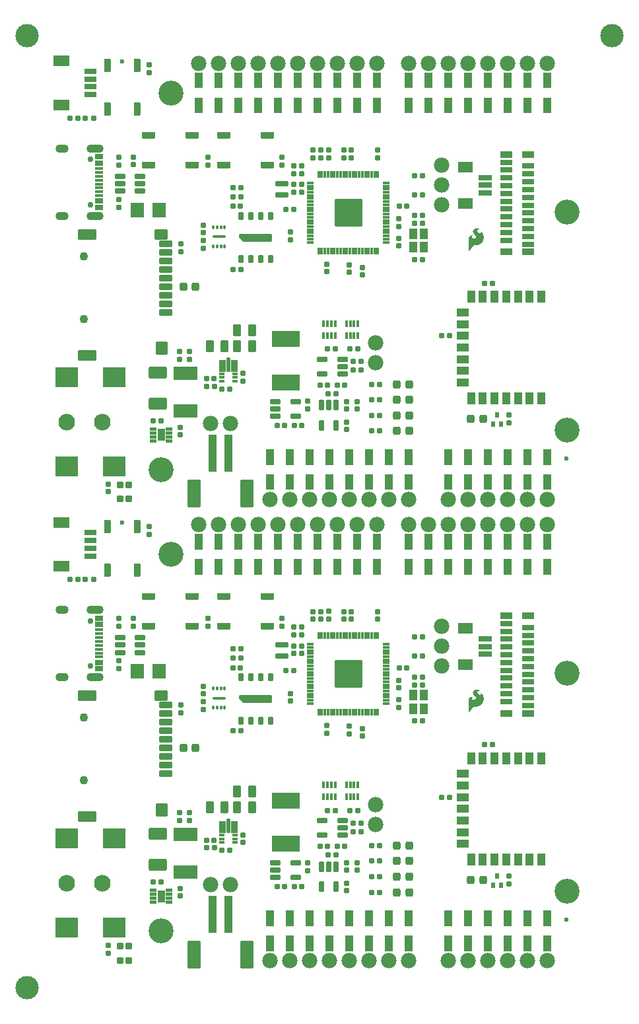
<source format=gts>
%TF.GenerationSoftware,KiCad,Pcbnew,8.0.6*%
%TF.CreationDate,2024-12-20T13:40:34-07:00*%
%TF.ProjectId,SparkFun_IoT_RedBoard-RP2350_panelized,53706172-6b46-4756-9e5f-496f545f5265,v01*%
%TF.SameCoordinates,Original*%
%TF.FileFunction,Soldermask,Top*%
%TF.FilePolarity,Negative*%
%FSLAX46Y46*%
G04 Gerber Fmt 4.6, Leading zero omitted, Abs format (unit mm)*
G04 Created by KiCad (PCBNEW 8.0.6) date 2024-12-20 13:40:34*
%MOMM*%
%LPD*%
G01*
G04 APERTURE LIST*
G04 Aperture macros list*
%AMRoundRect*
0 Rectangle with rounded corners*
0 $1 Rounding radius*
0 $2 $3 $4 $5 $6 $7 $8 $9 X,Y pos of 4 corners*
0 Add a 4 corners polygon primitive as box body*
4,1,4,$2,$3,$4,$5,$6,$7,$8,$9,$2,$3,0*
0 Add four circle primitives for the rounded corners*
1,1,$1+$1,$2,$3*
1,1,$1+$1,$4,$5*
1,1,$1+$1,$6,$7*
1,1,$1+$1,$8,$9*
0 Add four rect primitives between the rounded corners*
20,1,$1+$1,$2,$3,$4,$5,0*
20,1,$1+$1,$4,$5,$6,$7,0*
20,1,$1+$1,$6,$7,$8,$9,0*
20,1,$1+$1,$8,$9,$2,$3,0*%
%AMFreePoly0*
4,1,14,0.490355,2.060355,0.505000,2.025000,0.505000,-2.025000,0.490355,-2.060355,0.455000,-2.075000,-0.455000,-2.075000,-0.490355,-2.060355,-0.505000,-2.025000,-0.505000,1.570000,-0.490355,1.605355,-0.035355,2.060355,0.000000,2.075000,0.455000,2.075000,0.490355,2.060355,0.490355,2.060355,$1*%
G04 Aperture macros list end*
%ADD10C,0.000000*%
%ADD11C,3.000000*%
%ADD12C,1.979600*%
%ADD13C,3.200000*%
%ADD14RoundRect,0.160000X-0.160000X-0.210000X0.160000X-0.210000X0.160000X0.210000X-0.160000X0.210000X0*%
%ADD15RoundRect,0.165000X0.195000X-0.165000X0.195000X0.165000X-0.195000X0.165000X-0.195000X-0.165000X0*%
%ADD16RoundRect,0.160000X0.160000X0.210000X-0.160000X0.210000X-0.160000X-0.210000X0.160000X-0.210000X0*%
%ADD17C,0.750000*%
%ADD18RoundRect,0.050000X0.500000X-0.150000X0.500000X0.150000X-0.500000X0.150000X-0.500000X-0.150000X0*%
%ADD19RoundRect,0.050000X-0.500000X0.150000X-0.500000X-0.150000X0.500000X-0.150000X0.500000X0.150000X0*%
%ADD20RoundRect,0.050000X0.500000X-0.300000X0.500000X0.300000X-0.500000X0.300000X-0.500000X-0.300000X0*%
%ADD21RoundRect,0.050000X-0.500000X0.300000X-0.500000X-0.300000X0.500000X-0.300000X0.500000X0.300000X0*%
%ADD22O,1.700000X1.100000*%
%ADD23O,2.200000X1.100000*%
%ADD24RoundRect,0.160000X-0.210000X0.160000X-0.210000X-0.160000X0.210000X-0.160000X0.210000X0.160000X0*%
%ADD25RoundRect,0.050000X0.381000X0.762000X-0.381000X0.762000X-0.381000X-0.762000X0.381000X-0.762000X0*%
%ADD26RoundRect,0.160000X0.210000X-0.160000X0.210000X0.160000X-0.210000X0.160000X-0.210000X-0.160000X0*%
%ADD27RoundRect,0.165000X-0.165000X-0.195000X0.165000X-0.195000X0.165000X0.195000X-0.165000X0.195000X0*%
%ADD28C,2.132000*%
%ADD29RoundRect,0.050000X-1.400000X-1.200000X1.400000X-1.200000X1.400000X1.200000X-1.400000X1.200000X0*%
%ADD30RoundRect,0.165000X0.165000X0.195000X-0.165000X0.195000X-0.165000X-0.195000X0.165000X-0.195000X0*%
%ADD31RoundRect,0.050000X-0.750000X0.300000X-0.750000X-0.300000X0.750000X-0.300000X0.750000X0.300000X0*%
%ADD32RoundRect,0.050000X-0.750000X0.400000X-0.750000X-0.400000X0.750000X-0.400000X0.750000X0.400000X0*%
%ADD33RoundRect,0.050000X-0.600000X0.275000X-0.600000X-0.275000X0.600000X-0.275000X0.600000X0.275000X0*%
%ADD34RoundRect,0.050000X-0.400000X-0.750000X0.400000X-0.750000X0.400000X0.750000X-0.400000X0.750000X0*%
%ADD35RoundRect,0.050000X-0.300000X-0.150000X0.300000X-0.150000X0.300000X0.150000X-0.300000X0.150000X0*%
%ADD36RoundRect,0.050000X-0.200000X-0.865000X0.200000X-0.865000X0.200000X0.865000X-0.200000X0.865000X0*%
%ADD37RoundRect,0.165000X-0.195000X0.165000X-0.195000X-0.165000X0.195000X-0.165000X0.195000X0.165000X0*%
%ADD38RoundRect,0.243750X0.243750X0.281250X-0.243750X0.281250X-0.243750X-0.281250X0.243750X-0.281250X0*%
%ADD39RoundRect,0.220000X-0.330000X-0.580000X0.330000X-0.580000X0.330000X0.580000X-0.330000X0.580000X0*%
%ADD40RoundRect,0.220000X-0.580000X0.330000X-0.580000X-0.330000X0.580000X-0.330000X0.580000X0.330000X0*%
%ADD41RoundRect,0.275000X0.275000X0.500000X-0.275000X0.500000X-0.275000X-0.500000X0.275000X-0.500000X0*%
%ADD42RoundRect,0.066667X-0.133333X0.318333X-0.133333X-0.318333X0.133333X-0.318333X0.133333X0.318333X0*%
%ADD43RoundRect,0.050000X0.500000X2.300000X-0.500000X2.300000X-0.500000X-2.300000X0.500000X-2.300000X0*%
%ADD44RoundRect,0.050000X-0.800000X1.700000X-0.800000X-1.700000X0.800000X-1.700000X0.800000X1.700000X0*%
%ADD45RoundRect,0.050000X0.275000X0.600000X-0.275000X0.600000X-0.275000X-0.600000X0.275000X-0.600000X0*%
%ADD46RoundRect,0.050000X0.800000X0.275000X-0.800000X0.275000X-0.800000X-0.275000X0.800000X-0.275000X0*%
%ADD47RoundRect,0.050000X-0.350000X0.350000X-0.350000X-0.350000X0.350000X-0.350000X0.350000X0.350000X0*%
%ADD48RoundRect,0.050000X-0.675000X0.300000X-0.675000X-0.300000X0.675000X-0.300000X0.675000X0.300000X0*%
%ADD49RoundRect,0.050000X-1.000000X0.600000X-1.000000X-0.600000X1.000000X-0.600000X1.000000X0.600000X0*%
%ADD50RoundRect,0.064000X-0.096000X0.376000X-0.096000X-0.376000X0.096000X-0.376000X0.096000X0.376000X0*%
%ADD51RoundRect,0.064000X-0.376000X-0.096000X0.376000X-0.096000X0.376000X0.096000X-0.376000X0.096000X0*%
%ADD52RoundRect,0.064000X0.096000X-0.376000X0.096000X0.376000X-0.096000X0.376000X-0.096000X-0.376000X0*%
%ADD53RoundRect,0.064000X0.376000X0.096000X-0.376000X0.096000X-0.376000X-0.096000X0.376000X-0.096000X0*%
%ADD54RoundRect,0.050000X1.700000X-1.700000X1.700000X1.700000X-1.700000X1.700000X-1.700000X-1.700000X0*%
%ADD55RoundRect,0.243750X-0.243750X-0.281250X0.243750X-0.281250X0.243750X0.281250X-0.243750X0.281250X0*%
%ADD56RoundRect,0.050000X0.762000X-0.381000X0.762000X0.381000X-0.762000X0.381000X-0.762000X-0.381000X0*%
%ADD57RoundRect,0.222222X0.927778X-0.577778X0.927778X0.577778X-0.927778X0.577778X-0.927778X-0.577778X0*%
%ADD58RoundRect,0.050000X0.500000X-0.600000X0.500000X0.600000X-0.500000X0.600000X-0.500000X-0.600000X0*%
%ADD59RoundRect,0.250000X0.250000X0.275000X-0.250000X0.275000X-0.250000X-0.275000X0.250000X-0.275000X0*%
%ADD60RoundRect,0.050000X-0.800000X-0.900000X0.800000X-0.900000X0.800000X0.900000X-0.800000X0.900000X0*%
%ADD61RoundRect,0.050000X0.600000X-0.275000X0.600000X0.275000X-0.600000X0.275000X-0.600000X-0.275000X0*%
%ADD62C,1.100000*%
%ADD63RoundRect,0.050000X-0.800000X-0.350000X0.800000X-0.350000X0.800000X0.350000X-0.800000X0.350000X0*%
%ADD64RoundRect,0.050000X-0.800000X0.600000X-0.800000X-0.600000X0.800000X-0.600000X0.800000X0.600000X0*%
%ADD65RoundRect,0.050000X-1.100000X0.600000X-1.100000X-0.600000X1.100000X-0.600000X1.100000X0.600000X0*%
%ADD66RoundRect,0.050000X-0.700000X0.800000X-0.700000X-0.800000X0.700000X-0.800000X0.700000X0.800000X0*%
%ADD67RoundRect,0.050000X0.250000X0.425000X-0.250000X0.425000X-0.250000X-0.425000X0.250000X-0.425000X0*%
%ADD68FreePoly0,90.000000*%
%ADD69RoundRect,0.275000X-0.275000X-0.500000X0.275000X-0.500000X0.275000X0.500000X-0.275000X0.500000X0*%
%ADD70RoundRect,0.050000X1.750000X-0.925000X1.750000X0.925000X-1.750000X0.925000X-1.750000X-0.925000X0*%
%ADD71C,0.600000*%
%ADD72RoundRect,0.250000X-0.250000X-0.275000X0.250000X-0.275000X0.250000X0.275000X-0.250000X0.275000X0*%
%ADD73RoundRect,0.050000X-0.230000X-0.325000X0.230000X-0.325000X0.230000X0.325000X-0.230000X0.325000X0*%
%ADD74RoundRect,0.050000X0.125000X-0.200000X0.125000X0.200000X-0.125000X0.200000X-0.125000X-0.200000X0*%
%ADD75RoundRect,0.050000X0.800000X-0.100000X0.800000X0.100000X-0.800000X0.100000X-0.800000X-0.100000X0*%
%ADD76RoundRect,0.050000X1.447800X-0.838200X1.447800X0.838200X-1.447800X0.838200X-1.447800X-0.838200X0*%
%ADD77RoundRect,0.050000X0.775000X-0.300000X0.775000X0.300000X-0.775000X0.300000X-0.775000X-0.300000X0*%
%ADD78RoundRect,0.050000X0.900000X-0.600000X0.900000X0.600000X-0.900000X0.600000X-0.900000X-0.600000X0*%
G04 APERTURE END LIST*
D10*
G36*
X54514920Y95112868D02*
G01*
X54532662Y95112286D01*
X54547631Y95111202D01*
X54566047Y95109013D01*
X54584538Y95106179D01*
X54603083Y95102708D01*
X54621659Y95098609D01*
X54640242Y95093889D01*
X54658810Y95088559D01*
X54677339Y95082626D01*
X54695808Y95076098D01*
X54714194Y95068984D01*
X54732473Y95061292D01*
X54750623Y95053031D01*
X54768621Y95044210D01*
X54786444Y95034836D01*
X54804070Y95024918D01*
X54821475Y95014465D01*
X54838638Y95003484D01*
X54851983Y94994556D01*
X54863363Y94986676D01*
X54872835Y94979799D01*
X54880455Y94973876D01*
X54883590Y94971259D01*
X54886283Y94968863D01*
X54888542Y94966682D01*
X54890374Y94964712D01*
X54891786Y94962945D01*
X54892786Y94961376D01*
X54893381Y94959999D01*
X54893578Y94958808D01*
X54893590Y94957811D01*
X54893591Y94957362D01*
X54893578Y94956947D01*
X54893541Y94956566D01*
X54893472Y94956218D01*
X54893422Y94956056D01*
X54893360Y94955903D01*
X54893286Y94955759D01*
X54893198Y94955623D01*
X54893096Y94955495D01*
X54892977Y94955377D01*
X54892841Y94955266D01*
X54892687Y94955164D01*
X54892514Y94955071D01*
X54892320Y94954986D01*
X54892104Y94954910D01*
X54891866Y94954843D01*
X54891604Y94954784D01*
X54891318Y94954733D01*
X54891005Y94954692D01*
X54890665Y94954659D01*
X54889899Y94954619D01*
X54889011Y94954614D01*
X54887991Y94954644D01*
X54886833Y94954709D01*
X54885525Y94954809D01*
X54884059Y94954944D01*
X54882427Y94955115D01*
X54880619Y94955321D01*
X54878626Y94955563D01*
X54876440Y94955841D01*
X54871452Y94956504D01*
X54865583Y94957311D01*
X54850914Y94959363D01*
X54841603Y94960508D01*
X54832116Y94961369D01*
X54822485Y94961948D01*
X54812742Y94962248D01*
X54802918Y94962272D01*
X54793045Y94962023D01*
X54783155Y94961505D01*
X54773279Y94960719D01*
X54763449Y94959669D01*
X54753697Y94958358D01*
X54744054Y94956789D01*
X54734551Y94954965D01*
X54725221Y94952888D01*
X54716095Y94950562D01*
X54707205Y94947990D01*
X54698582Y94945175D01*
X54687309Y94940964D01*
X54676308Y94936240D01*
X54665595Y94931017D01*
X54655187Y94925311D01*
X54645102Y94919135D01*
X54635354Y94912504D01*
X54625963Y94905433D01*
X54616943Y94897936D01*
X54608311Y94890028D01*
X54600084Y94881723D01*
X54592280Y94873035D01*
X54584913Y94863980D01*
X54578002Y94854571D01*
X54571562Y94844824D01*
X54565611Y94834752D01*
X54560165Y94824371D01*
X54556899Y94817429D01*
X54553972Y94810546D01*
X54551385Y94803717D01*
X54549136Y94796933D01*
X54547225Y94790186D01*
X54545650Y94783468D01*
X54544411Y94776772D01*
X54543507Y94770091D01*
X54542937Y94763416D01*
X54542700Y94756740D01*
X54542795Y94750054D01*
X54543222Y94743352D01*
X54543979Y94736626D01*
X54545066Y94729867D01*
X54546482Y94723069D01*
X54548227Y94716223D01*
X54549576Y94711770D01*
X54551249Y94706942D01*
X54553220Y94701789D01*
X54555461Y94696361D01*
X54557948Y94690709D01*
X54560655Y94684880D01*
X54566623Y94672897D01*
X54573159Y94660811D01*
X54580056Y94649020D01*
X54583574Y94643359D01*
X54587105Y94637923D01*
X54590623Y94632759D01*
X54594102Y94627918D01*
X54598088Y94622717D01*
X54602644Y94617106D01*
X54607701Y94611153D01*
X54613193Y94604923D01*
X54625216Y94591904D01*
X54638180Y94578582D01*
X54651550Y94565494D01*
X54664795Y94553173D01*
X54677379Y94542156D01*
X54683258Y94537303D01*
X54688771Y94532976D01*
X54702556Y94522785D01*
X54716465Y94513091D01*
X54730450Y94503916D01*
X54744461Y94495282D01*
X54758448Y94487211D01*
X54772362Y94479724D01*
X54786152Y94472844D01*
X54799771Y94466591D01*
X54813167Y94460988D01*
X54826291Y94456057D01*
X54839094Y94451820D01*
X54851527Y94448297D01*
X54863538Y94445511D01*
X54875080Y94443484D01*
X54886102Y94442237D01*
X54896554Y94441792D01*
X54905331Y94442076D01*
X54913913Y94442982D01*
X54922278Y94444493D01*
X54930403Y94446595D01*
X54938264Y94449272D01*
X54945837Y94452507D01*
X54953101Y94456286D01*
X54960032Y94460592D01*
X54966606Y94465410D01*
X54972801Y94470725D01*
X54978594Y94476521D01*
X54983961Y94482782D01*
X54988879Y94489492D01*
X54993325Y94496636D01*
X54997275Y94504198D01*
X55000708Y94512163D01*
X55002650Y94517486D01*
X55004423Y94522998D01*
X55006027Y94528682D01*
X55007459Y94534520D01*
X55008717Y94540494D01*
X55009800Y94546587D01*
X55010705Y94552779D01*
X55011432Y94559054D01*
X55011977Y94565392D01*
X55012340Y94571778D01*
X55012519Y94578191D01*
X55012511Y94584616D01*
X55012315Y94591032D01*
X55011929Y94597424D01*
X55011351Y94603772D01*
X55010580Y94610059D01*
X55007392Y94633375D01*
X55006134Y94642801D01*
X55012319Y94642801D01*
X55014144Y94642702D01*
X55016241Y94642410D01*
X55018592Y94641933D01*
X55021179Y94641277D01*
X55023985Y94640449D01*
X55026992Y94639457D01*
X55030183Y94638307D01*
X55033539Y94637006D01*
X55037043Y94635563D01*
X55040677Y94633982D01*
X55044425Y94632273D01*
X55048267Y94630441D01*
X55052187Y94628494D01*
X55056166Y94626440D01*
X55060188Y94624284D01*
X55064234Y94622034D01*
X55081187Y94611731D01*
X55098016Y94600110D01*
X55114681Y94587219D01*
X55131145Y94573106D01*
X55147370Y94557819D01*
X55163317Y94541406D01*
X55178949Y94523915D01*
X55194228Y94505394D01*
X55209115Y94485891D01*
X55223571Y94465454D01*
X55237560Y94444131D01*
X55251043Y94421971D01*
X55263982Y94399020D01*
X55276339Y94375328D01*
X55288075Y94350942D01*
X55299153Y94325911D01*
X55312821Y94291833D01*
X55325128Y94257315D01*
X55336086Y94222314D01*
X55345704Y94186787D01*
X55353994Y94150692D01*
X55360966Y94113984D01*
X55366632Y94076620D01*
X55371001Y94038559D01*
X55372394Y94020317D01*
X55373442Y93998625D01*
X55374138Y93974677D01*
X55374475Y93949669D01*
X55374446Y93924796D01*
X55374042Y93901254D01*
X55373257Y93880237D01*
X55372083Y93862941D01*
X55369522Y93837834D01*
X55366445Y93813076D01*
X55362846Y93788647D01*
X55358718Y93764523D01*
X55354055Y93740683D01*
X55348851Y93717105D01*
X55343100Y93693767D01*
X55336794Y93670646D01*
X55329929Y93647721D01*
X55322497Y93624970D01*
X55314492Y93602370D01*
X55305908Y93579900D01*
X55296739Y93557537D01*
X55286978Y93535259D01*
X55276619Y93513045D01*
X55265655Y93490871D01*
X55251037Y93463176D01*
X55235460Y93435682D01*
X55218975Y93408447D01*
X55201628Y93381529D01*
X55183467Y93354986D01*
X55164541Y93328875D01*
X55144897Y93303254D01*
X55124584Y93278180D01*
X55103650Y93253712D01*
X55082142Y93229907D01*
X55060108Y93206822D01*
X55037597Y93184515D01*
X55014657Y93163045D01*
X54991335Y93142468D01*
X54967680Y93122842D01*
X54943740Y93104225D01*
X54921332Y93087898D01*
X54898520Y93072307D01*
X54875307Y93057452D01*
X54851691Y93043333D01*
X54827674Y93029951D01*
X54803254Y93017304D01*
X54778432Y93005394D01*
X54753208Y92994220D01*
X54727583Y92983783D01*
X54701556Y92974082D01*
X54675127Y92965117D01*
X54648297Y92956889D01*
X54621066Y92949397D01*
X54593433Y92942642D01*
X54565399Y92936624D01*
X54536965Y92931342D01*
X54515038Y92927702D01*
X54495682Y92924888D01*
X54486385Y92923757D01*
X54477031Y92922792D01*
X54467386Y92921980D01*
X54457218Y92921307D01*
X54434377Y92920325D01*
X54406642Y92919737D01*
X54372146Y92919435D01*
X54329023Y92919312D01*
X54260604Y92919123D01*
X54222157Y92918564D01*
X54210534Y92918029D01*
X54202040Y92917263D01*
X54195217Y92916219D01*
X54188612Y92914852D01*
X54178097Y92912366D01*
X54167790Y92909605D01*
X54157663Y92906552D01*
X54147686Y92903194D01*
X54137832Y92899516D01*
X54128072Y92895503D01*
X54118377Y92891142D01*
X54108720Y92886418D01*
X54099071Y92881315D01*
X54089402Y92875821D01*
X54079685Y92869920D01*
X54069891Y92863597D01*
X54059993Y92856839D01*
X54049961Y92849631D01*
X54039767Y92841958D01*
X54029382Y92833807D01*
X54023009Y92828543D01*
X54015906Y92822377D01*
X53999656Y92807487D01*
X53980932Y92789440D01*
X53960030Y92768536D01*
X53937249Y92745080D01*
X53912886Y92719373D01*
X53887239Y92691717D01*
X53860606Y92662415D01*
X53801260Y92596923D01*
X53747601Y92538358D01*
X53675979Y92460004D01*
X53606816Y92382419D01*
X53538859Y92304175D01*
X53470852Y92223848D01*
X53460292Y92211289D01*
X53451228Y92200660D01*
X53443581Y92191875D01*
X53437273Y92184849D01*
X53432226Y92179496D01*
X53428360Y92175730D01*
X53426846Y92174416D01*
X53425598Y92173466D01*
X53424606Y92172870D01*
X53423860Y92172618D01*
X53423384Y92172545D01*
X53422921Y92172454D01*
X53422475Y92172348D01*
X53422046Y92172228D01*
X53421638Y92172095D01*
X53421252Y92171950D01*
X53420892Y92171795D01*
X53420560Y92171631D01*
X53420258Y92171458D01*
X53419988Y92171279D01*
X53419753Y92171095D01*
X53419556Y92170907D01*
X53419398Y92170715D01*
X53419335Y92170619D01*
X53419283Y92170523D01*
X53419241Y92170426D01*
X53419212Y92170330D01*
X53419193Y92170234D01*
X53419187Y92170138D01*
X53419180Y92169896D01*
X53419158Y92169673D01*
X53419121Y92169468D01*
X53419071Y92169282D01*
X53419007Y92169115D01*
X53418929Y92168966D01*
X53418840Y92168835D01*
X53418738Y92168723D01*
X53418624Y92168629D01*
X53418499Y92168553D01*
X53418362Y92168495D01*
X53418216Y92168455D01*
X53418059Y92168432D01*
X53417892Y92168428D01*
X53417716Y92168441D01*
X53417531Y92168472D01*
X53417338Y92168520D01*
X53417137Y92168585D01*
X53416927Y92168668D01*
X53416711Y92168768D01*
X53416488Y92168886D01*
X53416259Y92169020D01*
X53416023Y92169171D01*
X53415782Y92169340D01*
X53415536Y92169525D01*
X53415285Y92169726D01*
X53415030Y92169944D01*
X53414771Y92170179D01*
X53414508Y92170431D01*
X53414243Y92170698D01*
X53413974Y92170982D01*
X53413704Y92171282D01*
X53413346Y92173614D01*
X53413024Y92180073D01*
X53412488Y92207290D01*
X53411812Y92332349D01*
X53411600Y92577154D01*
X53411780Y92972398D01*
X53412362Y93770668D01*
X53416596Y93799442D01*
X53419851Y93819937D01*
X53423474Y93839646D01*
X53427478Y93858601D01*
X53431878Y93876832D01*
X53436685Y93894374D01*
X53441913Y93911257D01*
X53447575Y93927514D01*
X53453686Y93943176D01*
X53460257Y93958278D01*
X53467302Y93972849D01*
X53474835Y93986923D01*
X53482868Y94000532D01*
X53491416Y94013707D01*
X53500490Y94026482D01*
X53510105Y94038887D01*
X53520274Y94050956D01*
X53531541Y94063128D01*
X53543587Y94074865D01*
X53556376Y94086147D01*
X53569871Y94096954D01*
X53584034Y94107268D01*
X53598830Y94117069D01*
X53614220Y94126338D01*
X53630167Y94135057D01*
X53646636Y94143204D01*
X53663589Y94150763D01*
X53680988Y94157712D01*
X53698798Y94164033D01*
X53716981Y94169707D01*
X53735500Y94174715D01*
X53754318Y94179037D01*
X53773398Y94182654D01*
X53786520Y94184460D01*
X53802208Y94185938D01*
X53819644Y94187062D01*
X53838011Y94187810D01*
X53856493Y94188155D01*
X53874271Y94188075D01*
X53890530Y94187545D01*
X53904451Y94186540D01*
X53915526Y94185271D01*
X53927159Y94183642D01*
X53939060Y94181711D01*
X53950940Y94179532D01*
X53962512Y94177162D01*
X53973486Y94174658D01*
X53983574Y94172074D01*
X53992488Y94169467D01*
X53997459Y94167870D01*
X53999507Y94167181D01*
X54001287Y94166549D01*
X54002819Y94165962D01*
X54004119Y94165407D01*
X54005208Y94164873D01*
X54006103Y94164349D01*
X54006822Y94163821D01*
X54007385Y94163277D01*
X54007809Y94162707D01*
X54008113Y94162097D01*
X54008316Y94161435D01*
X54008436Y94160711D01*
X54008491Y94159911D01*
X54008500Y94159023D01*
X54008490Y94158572D01*
X54008468Y94158141D01*
X54008431Y94157728D01*
X54008376Y94157332D01*
X54008299Y94156950D01*
X54008198Y94156580D01*
X54008071Y94156221D01*
X54007914Y94155871D01*
X54007725Y94155527D01*
X54007501Y94155188D01*
X54007238Y94154852D01*
X54006935Y94154517D01*
X54006587Y94154181D01*
X54006193Y94153842D01*
X54005750Y94153499D01*
X54005254Y94153148D01*
X54004703Y94152789D01*
X54004095Y94152419D01*
X54003425Y94152037D01*
X54002692Y94151640D01*
X54001892Y94151226D01*
X54001023Y94150795D01*
X53999066Y94149869D01*
X53996797Y94148847D01*
X53994195Y94147713D01*
X53991235Y94146452D01*
X53987896Y94145048D01*
X53976847Y94140207D01*
X53965887Y94134981D01*
X53955069Y94129410D01*
X53944445Y94123534D01*
X53934068Y94117390D01*
X53923990Y94111019D01*
X53914264Y94104458D01*
X53904943Y94097748D01*
X53896078Y94090928D01*
X53887723Y94084036D01*
X53879930Y94077111D01*
X53872751Y94070194D01*
X53866240Y94063321D01*
X53860448Y94056534D01*
X53855428Y94049871D01*
X53851232Y94043370D01*
X53848583Y94038640D01*
X53846160Y94033851D01*
X53843964Y94029009D01*
X53841995Y94024119D01*
X53840256Y94019189D01*
X53838748Y94014224D01*
X53837471Y94009231D01*
X53836426Y94004215D01*
X53835615Y93999182D01*
X53835040Y93994140D01*
X53834700Y93989093D01*
X53834597Y93984049D01*
X53834733Y93979012D01*
X53835108Y93973990D01*
X53835724Y93968989D01*
X53836581Y93964014D01*
X53838099Y93957075D01*
X53839897Y93950214D01*
X53841971Y93943435D01*
X53844315Y93936743D01*
X53846926Y93930142D01*
X53849798Y93923637D01*
X53852929Y93917232D01*
X53856312Y93910930D01*
X53863818Y93898659D01*
X53872283Y93886857D01*
X53881670Y93875561D01*
X53891942Y93864806D01*
X53903064Y93854626D01*
X53915000Y93845057D01*
X53927714Y93836134D01*
X53941170Y93827892D01*
X53955332Y93820367D01*
X53970163Y93813594D01*
X53985629Y93807608D01*
X54001693Y93802444D01*
X54013542Y93799151D01*
X54024339Y93796499D01*
X54029493Y93795395D01*
X54034564Y93794429D01*
X54039611Y93793592D01*
X54044695Y93792878D01*
X54049875Y93792278D01*
X54055212Y93791784D01*
X54060765Y93791390D01*
X54066594Y93791088D01*
X54079322Y93790726D01*
X54093875Y93790638D01*
X54105055Y93790695D01*
X54114438Y93790843D01*
X54122389Y93791109D01*
X54129271Y93791522D01*
X54135450Y93792109D01*
X54141289Y93792898D01*
X54147153Y93793917D01*
X54153406Y93795194D01*
X54175340Y93800633D01*
X54196335Y93807280D01*
X54216346Y93815090D01*
X54235325Y93824017D01*
X54253226Y93834017D01*
X54270004Y93845045D01*
X54285611Y93857054D01*
X54300000Y93870000D01*
X54313126Y93883837D01*
X54324943Y93898521D01*
X54335402Y93914006D01*
X54344459Y93930247D01*
X54348447Y93938637D01*
X54352066Y93947199D01*
X54355312Y93955927D01*
X54358178Y93964816D01*
X54360659Y93973860D01*
X54362748Y93983053D01*
X54364439Y93992390D01*
X54365728Y94001866D01*
X54366383Y94009671D01*
X54366609Y94017745D01*
X54366414Y94026057D01*
X54365807Y94034577D01*
X54364795Y94043274D01*
X54363386Y94052120D01*
X54361587Y94061083D01*
X54359408Y94070133D01*
X54356855Y94079241D01*
X54353936Y94088376D01*
X54350660Y94097507D01*
X54347033Y94106605D01*
X54343065Y94115640D01*
X54338763Y94124580D01*
X54334134Y94133397D01*
X54329187Y94142060D01*
X54325579Y94148019D01*
X54321980Y94153726D01*
X54318309Y94159274D01*
X54314486Y94164755D01*
X54310432Y94170260D01*
X54306066Y94175883D01*
X54301307Y94181716D01*
X54296077Y94187849D01*
X54290294Y94194376D01*
X54283878Y94201389D01*
X54276750Y94208980D01*
X54268829Y94217240D01*
X54250288Y94236140D01*
X54227615Y94258824D01*
X54199114Y94287413D01*
X54175064Y94312146D01*
X54154647Y94333976D01*
X54137045Y94353858D01*
X54121443Y94372746D01*
X54107023Y94391594D01*
X54092967Y94411356D01*
X54078459Y94432985D01*
X54063409Y94456973D01*
X54049771Y94480879D01*
X54037549Y94504690D01*
X54026745Y94528394D01*
X54017360Y94551978D01*
X54009398Y94575430D01*
X54002861Y94598736D01*
X53997751Y94621885D01*
X53994070Y94644864D01*
X53991822Y94667661D01*
X53991008Y94690263D01*
X53991630Y94712656D01*
X53993692Y94734830D01*
X53997196Y94756771D01*
X54002143Y94778467D01*
X54008537Y94799905D01*
X54014135Y94815247D01*
X54020638Y94830472D01*
X54028034Y94845569D01*
X54036315Y94860528D01*
X54045470Y94875335D01*
X54055489Y94889981D01*
X54066362Y94904452D01*
X54078080Y94918738D01*
X54090632Y94932826D01*
X54104009Y94946706D01*
X54118201Y94960365D01*
X54133197Y94973793D01*
X54148988Y94986977D01*
X54165564Y94999906D01*
X54182915Y95012568D01*
X54201031Y95024951D01*
X54213138Y95032763D01*
X54225288Y95040197D01*
X54237492Y95047260D01*
X54249761Y95053955D01*
X54262109Y95060287D01*
X54274546Y95066262D01*
X54287084Y95071883D01*
X54299735Y95077155D01*
X54312511Y95082084D01*
X54325422Y95086673D01*
X54338482Y95090928D01*
X54351702Y95094854D01*
X54365093Y95098454D01*
X54378668Y95101734D01*
X54392438Y95104698D01*
X54406414Y95107352D01*
X54419725Y95109207D01*
X54436284Y95110724D01*
X54455086Y95111876D01*
X54475128Y95112636D01*
X54495407Y95112976D01*
X54514920Y95112868D01*
G37*
G36*
X54514920Y35992868D02*
G01*
X54532662Y35992286D01*
X54547631Y35991202D01*
X54566047Y35989013D01*
X54584538Y35986179D01*
X54603083Y35982708D01*
X54621659Y35978609D01*
X54640242Y35973889D01*
X54658810Y35968559D01*
X54677339Y35962626D01*
X54695808Y35956098D01*
X54714194Y35948984D01*
X54732473Y35941292D01*
X54750623Y35933031D01*
X54768621Y35924210D01*
X54786444Y35914836D01*
X54804070Y35904918D01*
X54821475Y35894465D01*
X54838638Y35883484D01*
X54851983Y35874556D01*
X54863363Y35866676D01*
X54872835Y35859799D01*
X54880455Y35853876D01*
X54883590Y35851259D01*
X54886283Y35848863D01*
X54888542Y35846682D01*
X54890374Y35844712D01*
X54891786Y35842945D01*
X54892786Y35841376D01*
X54893381Y35839999D01*
X54893578Y35838808D01*
X54893590Y35837811D01*
X54893591Y35837362D01*
X54893578Y35836947D01*
X54893541Y35836566D01*
X54893472Y35836218D01*
X54893422Y35836056D01*
X54893360Y35835903D01*
X54893286Y35835759D01*
X54893198Y35835623D01*
X54893096Y35835495D01*
X54892977Y35835377D01*
X54892841Y35835266D01*
X54892687Y35835164D01*
X54892514Y35835071D01*
X54892320Y35834986D01*
X54892104Y35834910D01*
X54891866Y35834843D01*
X54891604Y35834784D01*
X54891318Y35834733D01*
X54891005Y35834692D01*
X54890665Y35834659D01*
X54889899Y35834619D01*
X54889011Y35834614D01*
X54887991Y35834644D01*
X54886833Y35834709D01*
X54885525Y35834809D01*
X54884059Y35834944D01*
X54882427Y35835115D01*
X54880619Y35835321D01*
X54878626Y35835563D01*
X54876440Y35835841D01*
X54871452Y35836504D01*
X54865583Y35837311D01*
X54850914Y35839363D01*
X54841603Y35840508D01*
X54832116Y35841369D01*
X54822485Y35841948D01*
X54812742Y35842248D01*
X54802918Y35842272D01*
X54793045Y35842023D01*
X54783155Y35841505D01*
X54773279Y35840719D01*
X54763449Y35839669D01*
X54753697Y35838358D01*
X54744054Y35836789D01*
X54734551Y35834965D01*
X54725221Y35832888D01*
X54716095Y35830562D01*
X54707205Y35827990D01*
X54698582Y35825175D01*
X54687309Y35820964D01*
X54676308Y35816240D01*
X54665595Y35811017D01*
X54655187Y35805311D01*
X54645102Y35799135D01*
X54635354Y35792504D01*
X54625963Y35785433D01*
X54616943Y35777936D01*
X54608311Y35770028D01*
X54600084Y35761723D01*
X54592280Y35753035D01*
X54584913Y35743980D01*
X54578002Y35734571D01*
X54571562Y35724824D01*
X54565611Y35714752D01*
X54560165Y35704371D01*
X54556899Y35697429D01*
X54553972Y35690546D01*
X54551385Y35683717D01*
X54549136Y35676933D01*
X54547225Y35670186D01*
X54545650Y35663468D01*
X54544411Y35656772D01*
X54543507Y35650091D01*
X54542937Y35643416D01*
X54542700Y35636740D01*
X54542795Y35630054D01*
X54543222Y35623352D01*
X54543979Y35616626D01*
X54545066Y35609867D01*
X54546482Y35603069D01*
X54548227Y35596223D01*
X54549576Y35591770D01*
X54551249Y35586942D01*
X54553220Y35581789D01*
X54555461Y35576361D01*
X54557948Y35570709D01*
X54560655Y35564880D01*
X54566623Y35552897D01*
X54573159Y35540811D01*
X54580056Y35529020D01*
X54583574Y35523359D01*
X54587105Y35517923D01*
X54590623Y35512759D01*
X54594102Y35507918D01*
X54598088Y35502717D01*
X54602644Y35497106D01*
X54607701Y35491153D01*
X54613193Y35484923D01*
X54625216Y35471904D01*
X54638180Y35458582D01*
X54651550Y35445494D01*
X54664795Y35433173D01*
X54677379Y35422156D01*
X54683258Y35417303D01*
X54688771Y35412976D01*
X54702556Y35402785D01*
X54716465Y35393091D01*
X54730450Y35383916D01*
X54744461Y35375282D01*
X54758448Y35367211D01*
X54772362Y35359724D01*
X54786152Y35352844D01*
X54799771Y35346591D01*
X54813167Y35340988D01*
X54826291Y35336057D01*
X54839094Y35331820D01*
X54851527Y35328297D01*
X54863538Y35325511D01*
X54875080Y35323484D01*
X54886102Y35322237D01*
X54896554Y35321792D01*
X54905331Y35322076D01*
X54913913Y35322982D01*
X54922278Y35324493D01*
X54930403Y35326595D01*
X54938264Y35329272D01*
X54945837Y35332507D01*
X54953101Y35336286D01*
X54960032Y35340592D01*
X54966606Y35345410D01*
X54972801Y35350725D01*
X54978594Y35356521D01*
X54983961Y35362782D01*
X54988879Y35369492D01*
X54993325Y35376636D01*
X54997275Y35384198D01*
X55000708Y35392163D01*
X55002650Y35397486D01*
X55004423Y35402998D01*
X55006027Y35408682D01*
X55007459Y35414520D01*
X55008717Y35420494D01*
X55009800Y35426587D01*
X55010705Y35432779D01*
X55011432Y35439054D01*
X55011977Y35445392D01*
X55012340Y35451778D01*
X55012519Y35458191D01*
X55012511Y35464616D01*
X55012315Y35471032D01*
X55011929Y35477424D01*
X55011351Y35483772D01*
X55010580Y35490059D01*
X55007392Y35513375D01*
X55006134Y35522801D01*
X55012319Y35522801D01*
X55014144Y35522702D01*
X55016241Y35522410D01*
X55018592Y35521933D01*
X55021179Y35521277D01*
X55023985Y35520449D01*
X55026992Y35519457D01*
X55030183Y35518307D01*
X55033539Y35517006D01*
X55037043Y35515563D01*
X55040677Y35513982D01*
X55044425Y35512273D01*
X55048267Y35510441D01*
X55052187Y35508494D01*
X55056166Y35506440D01*
X55060188Y35504284D01*
X55064234Y35502034D01*
X55081187Y35491731D01*
X55098016Y35480110D01*
X55114681Y35467219D01*
X55131145Y35453106D01*
X55147370Y35437819D01*
X55163317Y35421406D01*
X55178949Y35403915D01*
X55194228Y35385394D01*
X55209115Y35365891D01*
X55223571Y35345454D01*
X55237560Y35324131D01*
X55251043Y35301971D01*
X55263982Y35279020D01*
X55276339Y35255328D01*
X55288075Y35230942D01*
X55299153Y35205911D01*
X55312821Y35171833D01*
X55325128Y35137315D01*
X55336086Y35102314D01*
X55345704Y35066787D01*
X55353994Y35030692D01*
X55360966Y34993984D01*
X55366632Y34956620D01*
X55371001Y34918559D01*
X55372394Y34900317D01*
X55373442Y34878625D01*
X55374138Y34854677D01*
X55374475Y34829669D01*
X55374446Y34804796D01*
X55374042Y34781254D01*
X55373257Y34760237D01*
X55372083Y34742941D01*
X55369522Y34717834D01*
X55366445Y34693076D01*
X55362846Y34668647D01*
X55358718Y34644523D01*
X55354055Y34620683D01*
X55348851Y34597105D01*
X55343100Y34573767D01*
X55336794Y34550646D01*
X55329929Y34527721D01*
X55322497Y34504970D01*
X55314492Y34482370D01*
X55305908Y34459900D01*
X55296739Y34437537D01*
X55286978Y34415259D01*
X55276619Y34393045D01*
X55265655Y34370871D01*
X55251037Y34343176D01*
X55235460Y34315682D01*
X55218975Y34288447D01*
X55201628Y34261529D01*
X55183467Y34234986D01*
X55164541Y34208875D01*
X55144897Y34183254D01*
X55124584Y34158180D01*
X55103650Y34133712D01*
X55082142Y34109907D01*
X55060108Y34086822D01*
X55037597Y34064515D01*
X55014657Y34043045D01*
X54991335Y34022468D01*
X54967680Y34002842D01*
X54943740Y33984225D01*
X54921332Y33967898D01*
X54898520Y33952307D01*
X54875307Y33937452D01*
X54851691Y33923333D01*
X54827674Y33909951D01*
X54803254Y33897304D01*
X54778432Y33885394D01*
X54753208Y33874220D01*
X54727583Y33863783D01*
X54701556Y33854082D01*
X54675127Y33845117D01*
X54648297Y33836889D01*
X54621066Y33829397D01*
X54593433Y33822642D01*
X54565399Y33816624D01*
X54536965Y33811342D01*
X54515038Y33807702D01*
X54495682Y33804888D01*
X54486385Y33803757D01*
X54477031Y33802792D01*
X54467386Y33801980D01*
X54457218Y33801307D01*
X54434377Y33800325D01*
X54406642Y33799737D01*
X54372146Y33799435D01*
X54329023Y33799312D01*
X54260604Y33799123D01*
X54222157Y33798564D01*
X54210534Y33798029D01*
X54202040Y33797263D01*
X54195217Y33796219D01*
X54188612Y33794852D01*
X54178097Y33792366D01*
X54167790Y33789605D01*
X54157663Y33786552D01*
X54147686Y33783194D01*
X54137832Y33779516D01*
X54128072Y33775503D01*
X54118377Y33771142D01*
X54108720Y33766418D01*
X54099071Y33761315D01*
X54089402Y33755821D01*
X54079685Y33749920D01*
X54069891Y33743597D01*
X54059993Y33736839D01*
X54049961Y33729631D01*
X54039767Y33721958D01*
X54029382Y33713807D01*
X54023009Y33708543D01*
X54015906Y33702377D01*
X53999656Y33687487D01*
X53980932Y33669440D01*
X53960030Y33648536D01*
X53937249Y33625080D01*
X53912886Y33599373D01*
X53887239Y33571717D01*
X53860606Y33542415D01*
X53801260Y33476923D01*
X53747601Y33418358D01*
X53675979Y33340004D01*
X53606816Y33262419D01*
X53538859Y33184175D01*
X53470852Y33103848D01*
X53460292Y33091289D01*
X53451228Y33080660D01*
X53443581Y33071875D01*
X53437273Y33064849D01*
X53432226Y33059496D01*
X53428360Y33055730D01*
X53426846Y33054416D01*
X53425598Y33053466D01*
X53424606Y33052870D01*
X53423860Y33052618D01*
X53423384Y33052545D01*
X53422921Y33052454D01*
X53422475Y33052348D01*
X53422046Y33052228D01*
X53421638Y33052095D01*
X53421252Y33051950D01*
X53420892Y33051795D01*
X53420560Y33051631D01*
X53420258Y33051458D01*
X53419988Y33051279D01*
X53419753Y33051095D01*
X53419556Y33050907D01*
X53419398Y33050715D01*
X53419335Y33050619D01*
X53419283Y33050523D01*
X53419241Y33050426D01*
X53419212Y33050330D01*
X53419193Y33050234D01*
X53419187Y33050138D01*
X53419180Y33049896D01*
X53419158Y33049673D01*
X53419121Y33049468D01*
X53419071Y33049282D01*
X53419007Y33049115D01*
X53418929Y33048966D01*
X53418840Y33048835D01*
X53418738Y33048723D01*
X53418624Y33048629D01*
X53418499Y33048553D01*
X53418362Y33048495D01*
X53418216Y33048455D01*
X53418059Y33048432D01*
X53417892Y33048428D01*
X53417716Y33048441D01*
X53417531Y33048472D01*
X53417338Y33048520D01*
X53417137Y33048585D01*
X53416927Y33048668D01*
X53416711Y33048768D01*
X53416488Y33048886D01*
X53416259Y33049020D01*
X53416023Y33049171D01*
X53415782Y33049340D01*
X53415536Y33049525D01*
X53415285Y33049726D01*
X53415030Y33049944D01*
X53414771Y33050179D01*
X53414508Y33050431D01*
X53414243Y33050698D01*
X53413974Y33050982D01*
X53413704Y33051282D01*
X53413346Y33053614D01*
X53413024Y33060073D01*
X53412488Y33087290D01*
X53411812Y33212349D01*
X53411600Y33457154D01*
X53411780Y33852398D01*
X53412362Y34650668D01*
X53416596Y34679442D01*
X53419851Y34699937D01*
X53423474Y34719646D01*
X53427478Y34738601D01*
X53431878Y34756832D01*
X53436685Y34774374D01*
X53441913Y34791257D01*
X53447575Y34807514D01*
X53453686Y34823176D01*
X53460257Y34838278D01*
X53467302Y34852849D01*
X53474835Y34866923D01*
X53482868Y34880532D01*
X53491416Y34893707D01*
X53500490Y34906482D01*
X53510105Y34918887D01*
X53520274Y34930956D01*
X53531541Y34943128D01*
X53543587Y34954865D01*
X53556376Y34966147D01*
X53569871Y34976954D01*
X53584034Y34987268D01*
X53598830Y34997069D01*
X53614220Y35006338D01*
X53630167Y35015057D01*
X53646636Y35023204D01*
X53663589Y35030763D01*
X53680988Y35037712D01*
X53698798Y35044033D01*
X53716981Y35049707D01*
X53735500Y35054715D01*
X53754318Y35059037D01*
X53773398Y35062654D01*
X53786520Y35064460D01*
X53802208Y35065938D01*
X53819644Y35067062D01*
X53838011Y35067810D01*
X53856493Y35068155D01*
X53874271Y35068075D01*
X53890530Y35067545D01*
X53904451Y35066540D01*
X53915526Y35065271D01*
X53927159Y35063642D01*
X53939060Y35061711D01*
X53950940Y35059532D01*
X53962512Y35057162D01*
X53973486Y35054658D01*
X53983574Y35052074D01*
X53992488Y35049467D01*
X53997459Y35047870D01*
X53999507Y35047181D01*
X54001287Y35046549D01*
X54002819Y35045962D01*
X54004119Y35045407D01*
X54005208Y35044873D01*
X54006103Y35044349D01*
X54006822Y35043821D01*
X54007385Y35043277D01*
X54007809Y35042707D01*
X54008113Y35042097D01*
X54008316Y35041435D01*
X54008436Y35040711D01*
X54008491Y35039911D01*
X54008500Y35039023D01*
X54008490Y35038572D01*
X54008468Y35038141D01*
X54008431Y35037728D01*
X54008376Y35037332D01*
X54008299Y35036950D01*
X54008198Y35036580D01*
X54008071Y35036221D01*
X54007914Y35035871D01*
X54007725Y35035527D01*
X54007501Y35035188D01*
X54007238Y35034852D01*
X54006935Y35034517D01*
X54006587Y35034181D01*
X54006193Y35033842D01*
X54005750Y35033499D01*
X54005254Y35033148D01*
X54004703Y35032789D01*
X54004095Y35032419D01*
X54003425Y35032037D01*
X54002692Y35031640D01*
X54001892Y35031226D01*
X54001023Y35030795D01*
X53999066Y35029869D01*
X53996797Y35028847D01*
X53994195Y35027713D01*
X53991235Y35026452D01*
X53987896Y35025048D01*
X53976847Y35020207D01*
X53965887Y35014981D01*
X53955069Y35009410D01*
X53944445Y35003534D01*
X53934068Y34997390D01*
X53923990Y34991019D01*
X53914264Y34984458D01*
X53904943Y34977748D01*
X53896078Y34970928D01*
X53887723Y34964036D01*
X53879930Y34957111D01*
X53872751Y34950194D01*
X53866240Y34943321D01*
X53860448Y34936534D01*
X53855428Y34929871D01*
X53851232Y34923370D01*
X53848583Y34918640D01*
X53846160Y34913851D01*
X53843964Y34909009D01*
X53841995Y34904119D01*
X53840256Y34899189D01*
X53838748Y34894224D01*
X53837471Y34889231D01*
X53836426Y34884215D01*
X53835615Y34879182D01*
X53835040Y34874140D01*
X53834700Y34869093D01*
X53834597Y34864049D01*
X53834733Y34859012D01*
X53835108Y34853990D01*
X53835724Y34848989D01*
X53836581Y34844014D01*
X53838099Y34837075D01*
X53839897Y34830214D01*
X53841971Y34823435D01*
X53844315Y34816743D01*
X53846926Y34810142D01*
X53849798Y34803637D01*
X53852929Y34797232D01*
X53856312Y34790930D01*
X53863818Y34778659D01*
X53872283Y34766857D01*
X53881670Y34755561D01*
X53891942Y34744806D01*
X53903064Y34734626D01*
X53915000Y34725057D01*
X53927714Y34716134D01*
X53941170Y34707892D01*
X53955332Y34700367D01*
X53970163Y34693594D01*
X53985629Y34687608D01*
X54001693Y34682444D01*
X54013542Y34679151D01*
X54024339Y34676499D01*
X54029493Y34675395D01*
X54034564Y34674429D01*
X54039611Y34673592D01*
X54044695Y34672878D01*
X54049875Y34672278D01*
X54055212Y34671784D01*
X54060765Y34671390D01*
X54066594Y34671088D01*
X54079322Y34670726D01*
X54093875Y34670638D01*
X54105055Y34670695D01*
X54114438Y34670843D01*
X54122389Y34671109D01*
X54129271Y34671522D01*
X54135450Y34672109D01*
X54141289Y34672898D01*
X54147153Y34673917D01*
X54153406Y34675194D01*
X54175340Y34680633D01*
X54196335Y34687280D01*
X54216346Y34695090D01*
X54235325Y34704017D01*
X54253226Y34714017D01*
X54270004Y34725045D01*
X54285611Y34737054D01*
X54300000Y34750000D01*
X54313126Y34763837D01*
X54324943Y34778521D01*
X54335402Y34794006D01*
X54344459Y34810247D01*
X54348447Y34818637D01*
X54352066Y34827199D01*
X54355312Y34835927D01*
X54358178Y34844816D01*
X54360659Y34853860D01*
X54362748Y34863053D01*
X54364439Y34872390D01*
X54365728Y34881866D01*
X54366383Y34889671D01*
X54366609Y34897745D01*
X54366414Y34906057D01*
X54365807Y34914577D01*
X54364795Y34923274D01*
X54363386Y34932120D01*
X54361587Y34941083D01*
X54359408Y34950133D01*
X54356855Y34959241D01*
X54353936Y34968376D01*
X54350660Y34977507D01*
X54347033Y34986605D01*
X54343065Y34995640D01*
X54338763Y35004580D01*
X54334134Y35013397D01*
X54329187Y35022060D01*
X54325579Y35028019D01*
X54321980Y35033726D01*
X54318309Y35039274D01*
X54314486Y35044755D01*
X54310432Y35050260D01*
X54306066Y35055883D01*
X54301307Y35061716D01*
X54296077Y35067849D01*
X54290294Y35074376D01*
X54283878Y35081389D01*
X54276750Y35088980D01*
X54268829Y35097240D01*
X54250288Y35116140D01*
X54227615Y35138824D01*
X54199114Y35167413D01*
X54175064Y35192146D01*
X54154647Y35213976D01*
X54137045Y35233858D01*
X54121443Y35252746D01*
X54107023Y35271594D01*
X54092967Y35291356D01*
X54078459Y35312985D01*
X54063409Y35336973D01*
X54049771Y35360879D01*
X54037549Y35384690D01*
X54026745Y35408394D01*
X54017360Y35431978D01*
X54009398Y35455430D01*
X54002861Y35478736D01*
X53997751Y35501885D01*
X53994070Y35524864D01*
X53991822Y35547661D01*
X53991008Y35570263D01*
X53991630Y35592656D01*
X53993692Y35614830D01*
X53997196Y35636771D01*
X54002143Y35658467D01*
X54008537Y35679905D01*
X54014135Y35695247D01*
X54020638Y35710472D01*
X54028034Y35725569D01*
X54036315Y35740528D01*
X54045470Y35755335D01*
X54055489Y35769981D01*
X54066362Y35784452D01*
X54078080Y35798738D01*
X54090632Y35812826D01*
X54104009Y35826706D01*
X54118201Y35840365D01*
X54133197Y35853793D01*
X54148988Y35866977D01*
X54165564Y35879906D01*
X54182915Y35892568D01*
X54201031Y35904951D01*
X54213138Y35912763D01*
X54225288Y35920197D01*
X54237492Y35927260D01*
X54249761Y35933955D01*
X54262109Y35940287D01*
X54274546Y35946262D01*
X54287084Y35951883D01*
X54299735Y35957155D01*
X54312511Y35962084D01*
X54325422Y35966673D01*
X54338482Y35970928D01*
X54351702Y35974854D01*
X54365093Y35978454D01*
X54378668Y35981734D01*
X54392438Y35984698D01*
X54406414Y35987352D01*
X54419725Y35989207D01*
X54436284Y35990724D01*
X54455086Y35991876D01*
X54475128Y35992636D01*
X54495407Y35992976D01*
X54514920Y35992868D01*
G37*
%TO.C,J9*%
G36*
X45255400Y113060000D02*
G01*
X46255400Y113060000D01*
X46255400Y115060000D01*
X45255400Y115060000D01*
X45255400Y113060000D01*
G37*
G36*
X45255400Y109860000D02*
G01*
X46255400Y109860000D01*
X46255400Y111860000D01*
X45255400Y111860000D01*
X45255400Y109860000D01*
G37*
G36*
X47795400Y113060000D02*
G01*
X48795400Y113060000D01*
X48795400Y115060000D01*
X47795400Y115060000D01*
X47795400Y113060000D01*
G37*
G36*
X47795400Y109860000D02*
G01*
X48795400Y109860000D01*
X48795400Y111860000D01*
X47795400Y111860000D01*
X47795400Y109860000D01*
G37*
G36*
X50335400Y113060000D02*
G01*
X51335400Y113060000D01*
X51335400Y115060000D01*
X50335400Y115060000D01*
X50335400Y113060000D01*
G37*
G36*
X50335400Y109860000D02*
G01*
X51335400Y109860000D01*
X51335400Y111860000D01*
X50335400Y111860000D01*
X50335400Y109860000D01*
G37*
G36*
X52875400Y113060000D02*
G01*
X53875400Y113060000D01*
X53875400Y115060000D01*
X52875400Y115060000D01*
X52875400Y113060000D01*
G37*
G36*
X52875400Y109860000D02*
G01*
X53875400Y109860000D01*
X53875400Y111860000D01*
X52875400Y111860000D01*
X52875400Y109860000D01*
G37*
G36*
X55415400Y113060000D02*
G01*
X56415400Y113060000D01*
X56415400Y115060000D01*
X55415400Y115060000D01*
X55415400Y113060000D01*
G37*
G36*
X55415400Y109860000D02*
G01*
X56415400Y109860000D01*
X56415400Y111860000D01*
X55415400Y111860000D01*
X55415400Y109860000D01*
G37*
G36*
X57955400Y113060000D02*
G01*
X58955400Y113060000D01*
X58955400Y115060000D01*
X57955400Y115060000D01*
X57955400Y113060000D01*
G37*
G36*
X57955400Y109860000D02*
G01*
X58955400Y109860000D01*
X58955400Y111860000D01*
X57955400Y111860000D01*
X57955400Y109860000D01*
G37*
G36*
X60495400Y113060000D02*
G01*
X61495400Y113060000D01*
X61495400Y115060000D01*
X60495400Y115060000D01*
X60495400Y113060000D01*
G37*
G36*
X60495400Y109860000D02*
G01*
X61495400Y109860000D01*
X61495400Y111860000D01*
X60495400Y111860000D01*
X60495400Y109860000D01*
G37*
G36*
X63035400Y113060000D02*
G01*
X64035400Y113060000D01*
X64035400Y115060000D01*
X63035400Y115060000D01*
X63035400Y113060000D01*
G37*
G36*
X63035400Y109860000D02*
G01*
X64035400Y109860000D01*
X64035400Y111860000D01*
X63035400Y111860000D01*
X63035400Y109860000D01*
G37*
%TO.C,J8*%
G36*
X18306000Y113060000D02*
G01*
X19306000Y113060000D01*
X19306000Y115060000D01*
X18306000Y115060000D01*
X18306000Y113060000D01*
G37*
G36*
X18306000Y109860000D02*
G01*
X19306000Y109860000D01*
X19306000Y111860000D01*
X18306000Y111860000D01*
X18306000Y109860000D01*
G37*
G36*
X20846000Y113060000D02*
G01*
X21846000Y113060000D01*
X21846000Y115060000D01*
X20846000Y115060000D01*
X20846000Y113060000D01*
G37*
G36*
X20846000Y109860000D02*
G01*
X21846000Y109860000D01*
X21846000Y111860000D01*
X20846000Y111860000D01*
X20846000Y109860000D01*
G37*
G36*
X23386000Y113060000D02*
G01*
X24386000Y113060000D01*
X24386000Y115060000D01*
X23386000Y115060000D01*
X23386000Y113060000D01*
G37*
G36*
X23386000Y109860000D02*
G01*
X24386000Y109860000D01*
X24386000Y111860000D01*
X23386000Y111860000D01*
X23386000Y109860000D01*
G37*
G36*
X25926000Y113060000D02*
G01*
X26926000Y113060000D01*
X26926000Y115060000D01*
X25926000Y115060000D01*
X25926000Y113060000D01*
G37*
G36*
X25926000Y109860000D02*
G01*
X26926000Y109860000D01*
X26926000Y111860000D01*
X25926000Y111860000D01*
X25926000Y109860000D01*
G37*
G36*
X28466000Y113060000D02*
G01*
X29466000Y113060000D01*
X29466000Y115060000D01*
X28466000Y115060000D01*
X28466000Y113060000D01*
G37*
G36*
X28466000Y109860000D02*
G01*
X29466000Y109860000D01*
X29466000Y111860000D01*
X28466000Y111860000D01*
X28466000Y109860000D01*
G37*
G36*
X31006000Y113060000D02*
G01*
X32006000Y113060000D01*
X32006000Y115060000D01*
X31006000Y115060000D01*
X31006000Y113060000D01*
G37*
G36*
X31006000Y109860000D02*
G01*
X32006000Y109860000D01*
X32006000Y111860000D01*
X31006000Y111860000D01*
X31006000Y109860000D01*
G37*
G36*
X33546000Y113060000D02*
G01*
X34546000Y113060000D01*
X34546000Y115060000D01*
X33546000Y115060000D01*
X33546000Y113060000D01*
G37*
G36*
X33546000Y109860000D02*
G01*
X34546000Y109860000D01*
X34546000Y111860000D01*
X33546000Y111860000D01*
X33546000Y109860000D01*
G37*
G36*
X36086000Y113060000D02*
G01*
X37086000Y113060000D01*
X37086000Y115060000D01*
X36086000Y115060000D01*
X36086000Y113060000D01*
G37*
G36*
X36086000Y109860000D02*
G01*
X37086000Y109860000D01*
X37086000Y111860000D01*
X36086000Y111860000D01*
X36086000Y109860000D01*
G37*
G36*
X38626000Y113060000D02*
G01*
X39626000Y113060000D01*
X39626000Y115060000D01*
X38626000Y115060000D01*
X38626000Y113060000D01*
G37*
G36*
X38626000Y109860000D02*
G01*
X39626000Y109860000D01*
X39626000Y111860000D01*
X38626000Y111860000D01*
X38626000Y109860000D01*
G37*
G36*
X41166000Y113060000D02*
G01*
X42166000Y113060000D01*
X42166000Y115060000D01*
X41166000Y115060000D01*
X41166000Y113060000D01*
G37*
G36*
X41166000Y109860000D02*
G01*
X42166000Y109860000D01*
X42166000Y111860000D01*
X41166000Y111860000D01*
X41166000Y109860000D01*
G37*
%TO.C,J2*%
G36*
X50310000Y64790000D02*
G01*
X51310000Y64790000D01*
X51310000Y66790000D01*
X50310000Y66790000D01*
X50310000Y64790000D01*
G37*
G36*
X50310000Y61590000D02*
G01*
X51310000Y61590000D01*
X51310000Y63590000D01*
X50310000Y63590000D01*
X50310000Y61590000D01*
G37*
G36*
X52850000Y64790000D02*
G01*
X53850000Y64790000D01*
X53850000Y66790000D01*
X52850000Y66790000D01*
X52850000Y64790000D01*
G37*
G36*
X52850000Y61590000D02*
G01*
X53850000Y61590000D01*
X53850000Y63590000D01*
X52850000Y63590000D01*
X52850000Y61590000D01*
G37*
G36*
X55390000Y64790000D02*
G01*
X56390000Y64790000D01*
X56390000Y66790000D01*
X55390000Y66790000D01*
X55390000Y64790000D01*
G37*
G36*
X55390000Y61590000D02*
G01*
X56390000Y61590000D01*
X56390000Y63590000D01*
X55390000Y63590000D01*
X55390000Y61590000D01*
G37*
G36*
X57930000Y64790000D02*
G01*
X58930000Y64790000D01*
X58930000Y66790000D01*
X57930000Y66790000D01*
X57930000Y64790000D01*
G37*
G36*
X57930000Y61590000D02*
G01*
X58930000Y61590000D01*
X58930000Y63590000D01*
X57930000Y63590000D01*
X57930000Y61590000D01*
G37*
G36*
X60470000Y64790000D02*
G01*
X61470000Y64790000D01*
X61470000Y66790000D01*
X60470000Y66790000D01*
X60470000Y64790000D01*
G37*
G36*
X60470000Y61590000D02*
G01*
X61470000Y61590000D01*
X61470000Y63590000D01*
X60470000Y63590000D01*
X60470000Y61590000D01*
G37*
G36*
X63010000Y64790000D02*
G01*
X64010000Y64790000D01*
X64010000Y66790000D01*
X63010000Y66790000D01*
X63010000Y64790000D01*
G37*
G36*
X63010000Y61590000D02*
G01*
X64010000Y61590000D01*
X64010000Y63590000D01*
X63010000Y63590000D01*
X63010000Y61590000D01*
G37*
%TO.C,U8*%
G36*
X13430000Y69150000D02*
G01*
X12590000Y69150000D01*
X12590000Y69590000D01*
X13430000Y69590000D01*
X13430000Y69150000D01*
G37*
G36*
X13430000Y68650000D02*
G01*
X12590000Y68650000D01*
X12590000Y69090000D01*
X13430000Y69090000D01*
X13430000Y68650000D01*
G37*
G36*
X13430000Y68150000D02*
G01*
X12590000Y68150000D01*
X12590000Y68590000D01*
X13430000Y68590000D01*
X13430000Y68150000D01*
G37*
G36*
X13430000Y67650000D02*
G01*
X12590000Y67650000D01*
X12590000Y68090000D01*
X13430000Y68090000D01*
X13430000Y67650000D01*
G37*
G36*
X14470000Y67860000D02*
G01*
X13530000Y67860000D01*
X13530000Y69380000D01*
X14470000Y69380000D01*
X14470000Y67860000D01*
G37*
G36*
X15430000Y69150000D02*
G01*
X14590000Y69150000D01*
X14590000Y69590000D01*
X15430000Y69590000D01*
X15430000Y69150000D01*
G37*
G36*
X15430000Y68650000D02*
G01*
X14590000Y68650000D01*
X14590000Y69090000D01*
X15430000Y69090000D01*
X15430000Y68650000D01*
G37*
G36*
X15430000Y68150000D02*
G01*
X14590000Y68150000D01*
X14590000Y68590000D01*
X15430000Y68590000D01*
X15430000Y68150000D01*
G37*
G36*
X15430000Y67650000D02*
G01*
X14590000Y67650000D01*
X14590000Y68090000D01*
X15430000Y68090000D01*
X15430000Y67650000D01*
G37*
%TO.C,J1*%
G36*
X27450000Y64790000D02*
G01*
X28450000Y64790000D01*
X28450000Y66790000D01*
X27450000Y66790000D01*
X27450000Y64790000D01*
G37*
G36*
X27450000Y61590000D02*
G01*
X28450000Y61590000D01*
X28450000Y63590000D01*
X27450000Y63590000D01*
X27450000Y61590000D01*
G37*
G36*
X29990000Y64790000D02*
G01*
X30990000Y64790000D01*
X30990000Y66790000D01*
X29990000Y66790000D01*
X29990000Y64790000D01*
G37*
G36*
X29990000Y61590000D02*
G01*
X30990000Y61590000D01*
X30990000Y63590000D01*
X29990000Y63590000D01*
X29990000Y61590000D01*
G37*
G36*
X32530000Y64790000D02*
G01*
X33530000Y64790000D01*
X33530000Y66790000D01*
X32530000Y66790000D01*
X32530000Y64790000D01*
G37*
G36*
X32530000Y61590000D02*
G01*
X33530000Y61590000D01*
X33530000Y63590000D01*
X32530000Y63590000D01*
X32530000Y61590000D01*
G37*
G36*
X35070000Y64790000D02*
G01*
X36070000Y64790000D01*
X36070000Y66790000D01*
X35070000Y66790000D01*
X35070000Y64790000D01*
G37*
G36*
X35070000Y61590000D02*
G01*
X36070000Y61590000D01*
X36070000Y63590000D01*
X35070000Y63590000D01*
X35070000Y61590000D01*
G37*
G36*
X37610000Y64790000D02*
G01*
X38610000Y64790000D01*
X38610000Y66790000D01*
X37610000Y66790000D01*
X37610000Y64790000D01*
G37*
G36*
X37610000Y61590000D02*
G01*
X38610000Y61590000D01*
X38610000Y63590000D01*
X37610000Y63590000D01*
X37610000Y61590000D01*
G37*
G36*
X40150000Y64790000D02*
G01*
X41150000Y64790000D01*
X41150000Y66790000D01*
X40150000Y66790000D01*
X40150000Y64790000D01*
G37*
G36*
X40150000Y61590000D02*
G01*
X41150000Y61590000D01*
X41150000Y63590000D01*
X40150000Y63590000D01*
X40150000Y61590000D01*
G37*
G36*
X42690000Y64790000D02*
G01*
X43690000Y64790000D01*
X43690000Y66790000D01*
X42690000Y66790000D01*
X42690000Y64790000D01*
G37*
G36*
X42690000Y61590000D02*
G01*
X43690000Y61590000D01*
X43690000Y63590000D01*
X42690000Y63590000D01*
X42690000Y61590000D01*
G37*
G36*
X45230000Y64790000D02*
G01*
X46230000Y64790000D01*
X46230000Y66790000D01*
X45230000Y66790000D01*
X45230000Y64790000D01*
G37*
G36*
X45230000Y61590000D02*
G01*
X46230000Y61590000D01*
X46230000Y63590000D01*
X45230000Y63590000D01*
X45230000Y61590000D01*
G37*
G36*
X27450000Y5670000D02*
G01*
X28450000Y5670000D01*
X28450000Y7670000D01*
X27450000Y7670000D01*
X27450000Y5670000D01*
G37*
G36*
X27450000Y2470000D02*
G01*
X28450000Y2470000D01*
X28450000Y4470000D01*
X27450000Y4470000D01*
X27450000Y2470000D01*
G37*
G36*
X29990000Y5670000D02*
G01*
X30990000Y5670000D01*
X30990000Y7670000D01*
X29990000Y7670000D01*
X29990000Y5670000D01*
G37*
G36*
X29990000Y2470000D02*
G01*
X30990000Y2470000D01*
X30990000Y4470000D01*
X29990000Y4470000D01*
X29990000Y2470000D01*
G37*
G36*
X32530000Y5670000D02*
G01*
X33530000Y5670000D01*
X33530000Y7670000D01*
X32530000Y7670000D01*
X32530000Y5670000D01*
G37*
G36*
X32530000Y2470000D02*
G01*
X33530000Y2470000D01*
X33530000Y4470000D01*
X32530000Y4470000D01*
X32530000Y2470000D01*
G37*
G36*
X35070000Y5670000D02*
G01*
X36070000Y5670000D01*
X36070000Y7670000D01*
X35070000Y7670000D01*
X35070000Y5670000D01*
G37*
G36*
X35070000Y2470000D02*
G01*
X36070000Y2470000D01*
X36070000Y4470000D01*
X35070000Y4470000D01*
X35070000Y2470000D01*
G37*
G36*
X37610000Y5670000D02*
G01*
X38610000Y5670000D01*
X38610000Y7670000D01*
X37610000Y7670000D01*
X37610000Y5670000D01*
G37*
G36*
X37610000Y2470000D02*
G01*
X38610000Y2470000D01*
X38610000Y4470000D01*
X37610000Y4470000D01*
X37610000Y2470000D01*
G37*
G36*
X40150000Y5670000D02*
G01*
X41150000Y5670000D01*
X41150000Y7670000D01*
X40150000Y7670000D01*
X40150000Y5670000D01*
G37*
G36*
X40150000Y2470000D02*
G01*
X41150000Y2470000D01*
X41150000Y4470000D01*
X40150000Y4470000D01*
X40150000Y2470000D01*
G37*
G36*
X42690000Y5670000D02*
G01*
X43690000Y5670000D01*
X43690000Y7670000D01*
X42690000Y7670000D01*
X42690000Y5670000D01*
G37*
G36*
X42690000Y2470000D02*
G01*
X43690000Y2470000D01*
X43690000Y4470000D01*
X42690000Y4470000D01*
X42690000Y2470000D01*
G37*
G36*
X45230000Y5670000D02*
G01*
X46230000Y5670000D01*
X46230000Y7670000D01*
X45230000Y7670000D01*
X45230000Y5670000D01*
G37*
G36*
X45230000Y2470000D02*
G01*
X46230000Y2470000D01*
X46230000Y4470000D01*
X45230000Y4470000D01*
X45230000Y2470000D01*
G37*
%TO.C,U8*%
G36*
X13430000Y10030000D02*
G01*
X12590000Y10030000D01*
X12590000Y10470000D01*
X13430000Y10470000D01*
X13430000Y10030000D01*
G37*
G36*
X13430000Y9530000D02*
G01*
X12590000Y9530000D01*
X12590000Y9970000D01*
X13430000Y9970000D01*
X13430000Y9530000D01*
G37*
G36*
X13430000Y9030000D02*
G01*
X12590000Y9030000D01*
X12590000Y9470000D01*
X13430000Y9470000D01*
X13430000Y9030000D01*
G37*
G36*
X13430000Y8530000D02*
G01*
X12590000Y8530000D01*
X12590000Y8970000D01*
X13430000Y8970000D01*
X13430000Y8530000D01*
G37*
G36*
X14470000Y8740000D02*
G01*
X13530000Y8740000D01*
X13530000Y10260000D01*
X14470000Y10260000D01*
X14470000Y8740000D01*
G37*
G36*
X15430000Y10030000D02*
G01*
X14590000Y10030000D01*
X14590000Y10470000D01*
X15430000Y10470000D01*
X15430000Y10030000D01*
G37*
G36*
X15430000Y9530000D02*
G01*
X14590000Y9530000D01*
X14590000Y9970000D01*
X15430000Y9970000D01*
X15430000Y9530000D01*
G37*
G36*
X15430000Y9030000D02*
G01*
X14590000Y9030000D01*
X14590000Y9470000D01*
X15430000Y9470000D01*
X15430000Y9030000D01*
G37*
G36*
X15430000Y8530000D02*
G01*
X14590000Y8530000D01*
X14590000Y8970000D01*
X15430000Y8970000D01*
X15430000Y8530000D01*
G37*
%TO.C,J2*%
G36*
X50310000Y5670000D02*
G01*
X51310000Y5670000D01*
X51310000Y7670000D01*
X50310000Y7670000D01*
X50310000Y5670000D01*
G37*
G36*
X50310000Y2470000D02*
G01*
X51310000Y2470000D01*
X51310000Y4470000D01*
X50310000Y4470000D01*
X50310000Y2470000D01*
G37*
G36*
X52850000Y5670000D02*
G01*
X53850000Y5670000D01*
X53850000Y7670000D01*
X52850000Y7670000D01*
X52850000Y5670000D01*
G37*
G36*
X52850000Y2470000D02*
G01*
X53850000Y2470000D01*
X53850000Y4470000D01*
X52850000Y4470000D01*
X52850000Y2470000D01*
G37*
G36*
X55390000Y5670000D02*
G01*
X56390000Y5670000D01*
X56390000Y7670000D01*
X55390000Y7670000D01*
X55390000Y5670000D01*
G37*
G36*
X55390000Y2470000D02*
G01*
X56390000Y2470000D01*
X56390000Y4470000D01*
X55390000Y4470000D01*
X55390000Y2470000D01*
G37*
G36*
X57930000Y5670000D02*
G01*
X58930000Y5670000D01*
X58930000Y7670000D01*
X57930000Y7670000D01*
X57930000Y5670000D01*
G37*
G36*
X57930000Y2470000D02*
G01*
X58930000Y2470000D01*
X58930000Y4470000D01*
X57930000Y4470000D01*
X57930000Y2470000D01*
G37*
G36*
X60470000Y5670000D02*
G01*
X61470000Y5670000D01*
X61470000Y7670000D01*
X60470000Y7670000D01*
X60470000Y5670000D01*
G37*
G36*
X60470000Y2470000D02*
G01*
X61470000Y2470000D01*
X61470000Y4470000D01*
X60470000Y4470000D01*
X60470000Y2470000D01*
G37*
G36*
X63010000Y5670000D02*
G01*
X64010000Y5670000D01*
X64010000Y7670000D01*
X63010000Y7670000D01*
X63010000Y5670000D01*
G37*
G36*
X63010000Y2470000D02*
G01*
X64010000Y2470000D01*
X64010000Y4470000D01*
X63010000Y4470000D01*
X63010000Y2470000D01*
G37*
%TO.C,J8*%
G36*
X18306000Y53940000D02*
G01*
X19306000Y53940000D01*
X19306000Y55940000D01*
X18306000Y55940000D01*
X18306000Y53940000D01*
G37*
G36*
X18306000Y50740000D02*
G01*
X19306000Y50740000D01*
X19306000Y52740000D01*
X18306000Y52740000D01*
X18306000Y50740000D01*
G37*
G36*
X20846000Y53940000D02*
G01*
X21846000Y53940000D01*
X21846000Y55940000D01*
X20846000Y55940000D01*
X20846000Y53940000D01*
G37*
G36*
X20846000Y50740000D02*
G01*
X21846000Y50740000D01*
X21846000Y52740000D01*
X20846000Y52740000D01*
X20846000Y50740000D01*
G37*
G36*
X23386000Y53940000D02*
G01*
X24386000Y53940000D01*
X24386000Y55940000D01*
X23386000Y55940000D01*
X23386000Y53940000D01*
G37*
G36*
X23386000Y50740000D02*
G01*
X24386000Y50740000D01*
X24386000Y52740000D01*
X23386000Y52740000D01*
X23386000Y50740000D01*
G37*
G36*
X25926000Y53940000D02*
G01*
X26926000Y53940000D01*
X26926000Y55940000D01*
X25926000Y55940000D01*
X25926000Y53940000D01*
G37*
G36*
X25926000Y50740000D02*
G01*
X26926000Y50740000D01*
X26926000Y52740000D01*
X25926000Y52740000D01*
X25926000Y50740000D01*
G37*
G36*
X28466000Y53940000D02*
G01*
X29466000Y53940000D01*
X29466000Y55940000D01*
X28466000Y55940000D01*
X28466000Y53940000D01*
G37*
G36*
X28466000Y50740000D02*
G01*
X29466000Y50740000D01*
X29466000Y52740000D01*
X28466000Y52740000D01*
X28466000Y50740000D01*
G37*
G36*
X31006000Y53940000D02*
G01*
X32006000Y53940000D01*
X32006000Y55940000D01*
X31006000Y55940000D01*
X31006000Y53940000D01*
G37*
G36*
X31006000Y50740000D02*
G01*
X32006000Y50740000D01*
X32006000Y52740000D01*
X31006000Y52740000D01*
X31006000Y50740000D01*
G37*
G36*
X33546000Y53940000D02*
G01*
X34546000Y53940000D01*
X34546000Y55940000D01*
X33546000Y55940000D01*
X33546000Y53940000D01*
G37*
G36*
X33546000Y50740000D02*
G01*
X34546000Y50740000D01*
X34546000Y52740000D01*
X33546000Y52740000D01*
X33546000Y50740000D01*
G37*
G36*
X36086000Y53940000D02*
G01*
X37086000Y53940000D01*
X37086000Y55940000D01*
X36086000Y55940000D01*
X36086000Y53940000D01*
G37*
G36*
X36086000Y50740000D02*
G01*
X37086000Y50740000D01*
X37086000Y52740000D01*
X36086000Y52740000D01*
X36086000Y50740000D01*
G37*
G36*
X38626000Y53940000D02*
G01*
X39626000Y53940000D01*
X39626000Y55940000D01*
X38626000Y55940000D01*
X38626000Y53940000D01*
G37*
G36*
X38626000Y50740000D02*
G01*
X39626000Y50740000D01*
X39626000Y52740000D01*
X38626000Y52740000D01*
X38626000Y50740000D01*
G37*
G36*
X41166000Y53940000D02*
G01*
X42166000Y53940000D01*
X42166000Y55940000D01*
X41166000Y55940000D01*
X41166000Y53940000D01*
G37*
G36*
X41166000Y50740000D02*
G01*
X42166000Y50740000D01*
X42166000Y52740000D01*
X41166000Y52740000D01*
X41166000Y50740000D01*
G37*
%TO.C,J9*%
G36*
X45255400Y53940000D02*
G01*
X46255400Y53940000D01*
X46255400Y55940000D01*
X45255400Y55940000D01*
X45255400Y53940000D01*
G37*
G36*
X45255400Y50740000D02*
G01*
X46255400Y50740000D01*
X46255400Y52740000D01*
X45255400Y52740000D01*
X45255400Y50740000D01*
G37*
G36*
X47795400Y53940000D02*
G01*
X48795400Y53940000D01*
X48795400Y55940000D01*
X47795400Y55940000D01*
X47795400Y53940000D01*
G37*
G36*
X47795400Y50740000D02*
G01*
X48795400Y50740000D01*
X48795400Y52740000D01*
X47795400Y52740000D01*
X47795400Y50740000D01*
G37*
G36*
X50335400Y53940000D02*
G01*
X51335400Y53940000D01*
X51335400Y55940000D01*
X50335400Y55940000D01*
X50335400Y53940000D01*
G37*
G36*
X50335400Y50740000D02*
G01*
X51335400Y50740000D01*
X51335400Y52740000D01*
X50335400Y52740000D01*
X50335400Y50740000D01*
G37*
G36*
X52875400Y53940000D02*
G01*
X53875400Y53940000D01*
X53875400Y55940000D01*
X52875400Y55940000D01*
X52875400Y53940000D01*
G37*
G36*
X52875400Y50740000D02*
G01*
X53875400Y50740000D01*
X53875400Y52740000D01*
X52875400Y52740000D01*
X52875400Y50740000D01*
G37*
G36*
X55415400Y53940000D02*
G01*
X56415400Y53940000D01*
X56415400Y55940000D01*
X55415400Y55940000D01*
X55415400Y53940000D01*
G37*
G36*
X55415400Y50740000D02*
G01*
X56415400Y50740000D01*
X56415400Y52740000D01*
X55415400Y52740000D01*
X55415400Y50740000D01*
G37*
G36*
X57955400Y53940000D02*
G01*
X58955400Y53940000D01*
X58955400Y55940000D01*
X57955400Y55940000D01*
X57955400Y53940000D01*
G37*
G36*
X57955400Y50740000D02*
G01*
X58955400Y50740000D01*
X58955400Y52740000D01*
X57955400Y52740000D01*
X57955400Y50740000D01*
G37*
G36*
X60495400Y53940000D02*
G01*
X61495400Y53940000D01*
X61495400Y55940000D01*
X60495400Y55940000D01*
X60495400Y53940000D01*
G37*
G36*
X60495400Y50740000D02*
G01*
X61495400Y50740000D01*
X61495400Y52740000D01*
X60495400Y52740000D01*
X60495400Y50740000D01*
G37*
G36*
X63035400Y53940000D02*
G01*
X64035400Y53940000D01*
X64035400Y55940000D01*
X63035400Y55940000D01*
X63035400Y53940000D01*
G37*
G36*
X63035400Y50740000D02*
G01*
X64035400Y50740000D01*
X64035400Y52740000D01*
X63035400Y52740000D01*
X63035400Y50740000D01*
G37*
%TD*%
D11*
%TO.C,*%
X71820000Y119767500D03*
%TD*%
%TO.C,*%
X-3220000Y119767500D03*
%TD*%
%TO.C,*%
X-3220000Y-2247500D03*
%TD*%
D12*
%TO.C,JP4*%
X41500000Y80390000D03*
X41500000Y77850000D03*
%TD*%
D13*
%TO.C,ST2*%
X13980000Y64190000D03*
%TD*%
D14*
%TO.C,R25*%
X38640000Y76920000D03*
X39660000Y76920000D03*
%TD*%
D15*
%TO.C,C2*%
X37400000Y104140000D03*
X37400000Y105100000D03*
%TD*%
D16*
%TO.C,R8*%
X32010000Y103120000D03*
X30990000Y103120000D03*
%TD*%
D17*
%TO.C,J4*%
X4961250Y103920000D03*
X4961250Y98140000D03*
D18*
X6066250Y102280000D03*
X6066250Y101280000D03*
D19*
X6066250Y100780000D03*
X6066250Y99780000D03*
X6066250Y99280000D03*
X6066250Y100280000D03*
D18*
X6066250Y101780000D03*
X6066250Y102780000D03*
D20*
X6066250Y104255000D03*
D21*
X6066250Y97805000D03*
D22*
X1311250Y105348000D03*
D23*
X5491250Y105348000D03*
X5491250Y96712000D03*
D22*
X1311250Y96712000D03*
D20*
X6066250Y103480000D03*
D21*
X6066250Y98580000D03*
%TD*%
D24*
%TO.C,R33*%
X16500000Y93130000D03*
X16500000Y92110000D03*
%TD*%
D25*
%TO.C,SW2*%
X7095000Y110426000D03*
X7095000Y116014000D03*
X10905000Y110426000D03*
X10905000Y116014000D03*
%TD*%
D26*
%TO.C,R27*%
X32750000Y71910000D03*
X32750000Y72930000D03*
%TD*%
D14*
%TO.C,R30*%
X40990000Y71120000D03*
X42010000Y71120000D03*
%TD*%
D15*
%TO.C,C12*%
X38400000Y104140000D03*
X38400000Y105100000D03*
%TD*%
D27*
%TO.C,C5*%
X31020000Y102120000D03*
X31980000Y102120000D03*
%TD*%
D12*
%TO.C,J6*%
X20330000Y70120000D03*
X22870000Y70120000D03*
%TD*%
D14*
%TO.C,R24*%
X38640000Y78020000D03*
X39660000Y78020000D03*
%TD*%
D26*
%TO.C,R7*%
X35500000Y104110000D03*
X35500000Y105130000D03*
%TD*%
D15*
%TO.C,C17*%
X41800000Y104140000D03*
X41800000Y105100000D03*
%TD*%
D28*
%TO.C,J3*%
X1905000Y70296000D03*
X6477000Y70296000D03*
D29*
X1905000Y64596000D03*
X8005000Y64596000D03*
X1905000Y75996000D03*
X8005000Y75996000D03*
%TD*%
D14*
%TO.C,R4*%
X23190000Y100320000D03*
X24210000Y100320000D03*
%TD*%
D30*
%TO.C,C19*%
X24180000Y97920000D03*
X23220000Y97920000D03*
%TD*%
D13*
%TO.C,ST1*%
X15250000Y112460000D03*
%TD*%
D31*
%TO.C,J11*%
X58300000Y103570000D03*
X61100000Y103070000D03*
X58300000Y102570000D03*
X61100000Y102070000D03*
X58300000Y101570000D03*
X61100000Y101070000D03*
X58300000Y100570000D03*
X61100000Y100070000D03*
X58300000Y99570000D03*
X61100000Y99070000D03*
X58300000Y98570000D03*
X61100000Y98070000D03*
X58300000Y97570000D03*
X61100000Y97070000D03*
X58300000Y96570000D03*
X61100000Y96070000D03*
X58300000Y95570000D03*
X61100000Y95070000D03*
X58300000Y94570000D03*
X61100000Y94070000D03*
X58300000Y93570000D03*
X61100000Y93070000D03*
D32*
X61100000Y104570000D03*
X58300000Y104570000D03*
X61100000Y92070000D03*
X58300000Y92070000D03*
%TD*%
D33*
%TO.C,U9*%
X28649900Y72920000D03*
X28649900Y71970000D03*
X28649900Y71020000D03*
X31250100Y71020000D03*
X31250100Y72920000D03*
%TD*%
D24*
%TO.C,R28*%
X17600000Y79330000D03*
X17600000Y78310000D03*
%TD*%
D34*
%TO.C,U5*%
X21850000Y77495000D03*
D35*
X21750000Y76445000D03*
X21750000Y75995000D03*
X21750000Y75545000D03*
X23450000Y75545000D03*
X23450000Y75995000D03*
X23450000Y76445000D03*
D34*
X23350000Y77495000D03*
D36*
X22600000Y77610000D03*
%TD*%
D26*
%TO.C,R1*%
X8600000Y97810000D03*
X8600000Y98830000D03*
%TD*%
D16*
%TO.C,R21*%
X39260000Y79620000D03*
X38240000Y79620000D03*
%TD*%
D37*
%TO.C,C4*%
X38100000Y90400000D03*
X38100000Y89440000D03*
%TD*%
D38*
%TO.C,D3*%
X45787500Y73120000D03*
X44212500Y73120000D03*
%TD*%
D16*
%TO.C,R12*%
X47510000Y101820000D03*
X46490000Y101820000D03*
%TD*%
D39*
%TO.C,U2*%
X62750000Y86320000D03*
X61250000Y86320000D03*
X59750000Y86320000D03*
X58250000Y86320000D03*
X56750000Y86320000D03*
X55250000Y86320000D03*
X53750000Y86320000D03*
D40*
X52700000Y84320000D03*
X52700000Y82820000D03*
X52700000Y81320000D03*
X52700000Y79820000D03*
X52700000Y78320000D03*
X52700000Y76820000D03*
X52700000Y75320000D03*
D39*
X53750000Y73320000D03*
X55250000Y73320000D03*
X56750000Y73320000D03*
X58250000Y73320000D03*
X59750000Y73320000D03*
X61250000Y73320000D03*
X62750000Y73320000D03*
%TD*%
D41*
%TO.C,C24*%
X25650000Y80020000D03*
X23750000Y80020000D03*
%TD*%
D42*
%TO.C,U6*%
X36350000Y82860000D03*
X35850000Y82860000D03*
X35350000Y82860000D03*
X34850000Y82860000D03*
X34850000Y81380000D03*
X35350000Y81380000D03*
X35850000Y81380000D03*
X36350000Y81380000D03*
%TD*%
D37*
%TO.C,C11*%
X44500000Y93800000D03*
X44500000Y92840000D03*
%TD*%
D16*
%TO.C,R26*%
X36460000Y73920000D03*
X35440000Y73920000D03*
%TD*%
D14*
%TO.C,R13*%
X55490000Y88020000D03*
X56510000Y88020000D03*
%TD*%
D43*
%TO.C,J7*%
X22600000Y66320000D03*
X20600000Y66320000D03*
D44*
X25000000Y61120000D03*
X18200000Y61120000D03*
%TD*%
D24*
%TO.C,R34*%
X12500000Y116030000D03*
X12500000Y115010000D03*
%TD*%
D37*
%TO.C,C6*%
X32000000Y100700000D03*
X32000000Y99740000D03*
%TD*%
D41*
%TO.C,C25*%
X25650000Y82020000D03*
X23750000Y82020000D03*
%TD*%
D30*
%TO.C,C13*%
X30980000Y97520000D03*
X30020000Y97520000D03*
%TD*%
D45*
%TO.C,U11*%
X36450000Y72420100D03*
X35500000Y72420100D03*
X34550000Y72420100D03*
X34550000Y69819900D03*
X36450000Y69819900D03*
%TD*%
D33*
%TO.C,D2*%
X8699900Y101770000D03*
X8699900Y100820000D03*
X8699900Y99870000D03*
X11300100Y99870000D03*
X11300000Y100820000D03*
X11300100Y101770000D03*
%TD*%
D24*
%TO.C,R9*%
X29500000Y104230000D03*
X29500000Y103210000D03*
%TD*%
D30*
%TO.C,C28*%
X32030000Y69870000D03*
X31070000Y69870000D03*
%TD*%
D46*
%TO.C,L1*%
X29500000Y99395000D03*
X29500000Y100845000D03*
%TD*%
D15*
%TO.C,C22*%
X24500000Y75540000D03*
X24500000Y76500000D03*
%TD*%
D16*
%TO.C,R6*%
X3310000Y109220000D03*
X2290000Y109220000D03*
%TD*%
D47*
%TO.C,D4*%
X8750000Y60405000D03*
X9850000Y60405000D03*
X9850000Y62235000D03*
X8750000Y62235000D03*
%TD*%
D37*
%TO.C,C29*%
X37800000Y72900000D03*
X37800000Y71940000D03*
%TD*%
D14*
%TO.C,R22*%
X12990000Y70420000D03*
X14010000Y70420000D03*
%TD*%
D15*
%TO.C,C8*%
X33500000Y104140000D03*
X33500000Y105100000D03*
%TD*%
D48*
%TO.C,J13*%
X4889000Y115230000D03*
X4889000Y114230000D03*
X4889000Y113230000D03*
X4889000Y112230000D03*
D49*
X1214000Y110930000D03*
X1214000Y116530000D03*
%TD*%
D27*
%TO.C,C33*%
X28870000Y69870000D03*
X29830000Y69870000D03*
%TD*%
D50*
%TO.C,U1*%
X34200000Y92223500D03*
X34600000Y92223500D03*
X35000000Y92223500D03*
X35400000Y92223500D03*
X35800000Y92223500D03*
X36200000Y92223500D03*
X36600000Y92223500D03*
X37000000Y92223500D03*
X37400000Y92223500D03*
X37800000Y92223500D03*
X38200000Y92223500D03*
X38600000Y92223500D03*
X39000000Y92223500D03*
X39400000Y92223500D03*
X39800000Y92223500D03*
X40200000Y92223500D03*
X40600000Y92223500D03*
X41000000Y92223500D03*
X41400000Y92223500D03*
X41800000Y92223500D03*
D51*
X42896500Y93320000D03*
X42896500Y93720000D03*
X42896500Y94120000D03*
X42896500Y94520000D03*
X42896500Y94920000D03*
X42896500Y95320000D03*
X42896500Y95720000D03*
X42896500Y96120000D03*
X42896500Y96520000D03*
X42896500Y96920000D03*
X42896500Y97320000D03*
X42896500Y97720000D03*
X42896500Y98120000D03*
X42896500Y98520000D03*
X42896500Y98920000D03*
X42896500Y99320000D03*
X42896500Y99720000D03*
X42896500Y100120000D03*
X42896500Y100520000D03*
X42896500Y100920000D03*
D52*
X41800000Y102016500D03*
X41400000Y102016500D03*
X41000000Y102016500D03*
X40600000Y102016500D03*
X40200000Y102016500D03*
X39800000Y102016500D03*
X39400000Y102016500D03*
X39000000Y102016500D03*
X38600000Y102016500D03*
X38200000Y102016500D03*
X37800000Y102016500D03*
X37400000Y102016500D03*
X37000000Y102016500D03*
X36600000Y102016500D03*
X36200000Y102016500D03*
X35800000Y102016500D03*
X35400000Y102016500D03*
X35000000Y102016500D03*
X34600000Y102016500D03*
X34200000Y102016500D03*
D53*
X33103500Y100920000D03*
X33103500Y100520000D03*
X33103500Y100120000D03*
X33103500Y99720000D03*
X33103500Y99320000D03*
X33103500Y98920000D03*
X33103500Y98520000D03*
X33103500Y98120000D03*
X33103500Y97720000D03*
X33103500Y97320000D03*
X33103500Y96920000D03*
X33103500Y96520000D03*
X33103500Y96120000D03*
X33103500Y95720000D03*
X33103500Y95320000D03*
X33103500Y94920000D03*
X33103500Y94520000D03*
X33103500Y94120000D03*
X33103500Y93720000D03*
X33103500Y93320000D03*
D54*
X38000000Y97120000D03*
%TD*%
D16*
%TO.C,R19*%
X20810000Y74820000D03*
X19790000Y74820000D03*
%TD*%
D27*
%TO.C,C23*%
X19820000Y75820000D03*
X20780000Y75820000D03*
%TD*%
D55*
%TO.C,D6*%
X44212500Y75120000D03*
X45787500Y75120000D03*
%TD*%
D37*
%TO.C,C34*%
X7250000Y62300000D03*
X7250000Y61340000D03*
%TD*%
D56*
%TO.C,SW1*%
X22006000Y107025000D03*
X27594000Y107025000D03*
X22006000Y103215000D03*
X27594000Y103215000D03*
%TD*%
D30*
%TO.C,C1*%
X45480000Y97920000D03*
X44520000Y97920000D03*
%TD*%
D57*
%TO.C,D1*%
X13600000Y76620000D03*
X13600000Y72620000D03*
%TD*%
D13*
%TO.C,ST3*%
X66050000Y97210000D03*
%TD*%
D27*
%TO.C,C31*%
X34370000Y75020000D03*
X35330000Y75020000D03*
%TD*%
D58*
%TO.C,Y1*%
X47650000Y92670000D03*
X47650000Y94370000D03*
X46350000Y94370000D03*
X46350000Y92670000D03*
%TD*%
D59*
%TO.C,L2*%
X55275000Y70720000D03*
X53725000Y70720000D03*
%TD*%
D60*
%TO.C,F2*%
X10900000Y97420000D03*
X13700000Y97420000D03*
%TD*%
D61*
%TO.C,U10*%
X37250100Y76420000D03*
X37250100Y77370000D03*
X37250100Y78320000D03*
X34649900Y78320000D03*
X34649900Y76420000D03*
%TD*%
D62*
%TO.C,J14*%
X4100000Y91502000D03*
X4100000Y83502000D03*
D63*
X14600000Y84302000D03*
X14600000Y85402000D03*
X14600000Y86502000D03*
X14600000Y87602000D03*
X14600000Y88702000D03*
X14600000Y89802000D03*
X14600000Y90902000D03*
X14600000Y92002000D03*
X14600000Y93102000D03*
D64*
X14000000Y94302000D03*
D65*
X4500000Y94302000D03*
X4500000Y78802000D03*
D66*
X14100000Y79702000D03*
%TD*%
D67*
%TO.C,U3*%
X24195000Y91145000D03*
X25465000Y91145000D03*
X26735000Y91145000D03*
X28005000Y91145000D03*
X28005000Y96695000D03*
X26735000Y96695000D03*
X25465000Y96695000D03*
X24195000Y96695000D03*
D68*
X26100000Y93920000D03*
%TD*%
D16*
%TO.C,R16*%
X24210000Y89820000D03*
X23190000Y89820000D03*
%TD*%
D69*
%TO.C,C21*%
X20250000Y80020000D03*
X22150000Y80020000D03*
%TD*%
D55*
%TO.C,D7*%
X44212500Y69120000D03*
X45787500Y69120000D03*
%TD*%
D37*
%TO.C,C3*%
X34500000Y105100000D03*
X34500000Y104140000D03*
%TD*%
D14*
%TO.C,R32*%
X40990000Y69120000D03*
X42010000Y69120000D03*
%TD*%
D26*
%TO.C,R35*%
X20000000Y103210000D03*
X20000000Y104230000D03*
%TD*%
D24*
%TO.C,R2*%
X8600000Y104230000D03*
X8600000Y103210000D03*
%TD*%
D37*
%TO.C,C16*%
X44500000Y96300000D03*
X44500000Y95340000D03*
%TD*%
D42*
%TO.C,U7*%
X39250000Y82860000D03*
X38750000Y82860000D03*
X38250000Y82860000D03*
X37750000Y82860000D03*
X37750000Y81380000D03*
X38250000Y81380000D03*
X38750000Y81380000D03*
X39250000Y81380000D03*
%TD*%
D70*
%TO.C,L3*%
X30000000Y75345000D03*
X30000000Y80895000D03*
%TD*%
D30*
%TO.C,C30*%
X37530000Y75020000D03*
X36570000Y75020000D03*
%TD*%
D37*
%TO.C,C18*%
X30600000Y94600000D03*
X30600000Y93640000D03*
%TD*%
D71*
%TO.C,FID1*%
X9000000Y116520000D03*
%TD*%
D37*
%TO.C,C10*%
X31000000Y100700000D03*
X31000000Y99740000D03*
%TD*%
D72*
%TO.C,C35*%
X16825000Y87620000D03*
X18375000Y87620000D03*
%TD*%
D14*
%TO.C,R3*%
X23190000Y99120000D03*
X24210000Y99120000D03*
%TD*%
D16*
%TO.C,R11*%
X47510000Y99420000D03*
X46490000Y99420000D03*
%TD*%
D73*
%TO.C,Q1*%
X56600000Y70020000D03*
X57600000Y70020000D03*
X57100000Y71170000D03*
%TD*%
D16*
%TO.C,R10*%
X47510000Y96720000D03*
X46490000Y96720000D03*
%TD*%
D71*
%TO.C,FID4*%
X66000000Y65620000D03*
%TD*%
D14*
%TO.C,R5*%
X4290000Y109220000D03*
X5310000Y109220000D03*
%TD*%
D26*
%TO.C,R17*%
X19405000Y92518400D03*
X19405000Y93538400D03*
%TD*%
D37*
%TO.C,C27*%
X39100000Y72900000D03*
X39100000Y71940000D03*
%TD*%
D15*
%TO.C,C36*%
X10400000Y103240000D03*
X10400000Y104200000D03*
%TD*%
D16*
%TO.C,R18*%
X36360000Y79620000D03*
X35340000Y79620000D03*
%TD*%
D15*
%TO.C,C32*%
X37800000Y69340000D03*
X37800000Y70300000D03*
%TD*%
D16*
%TO.C,R14*%
X51010000Y81320000D03*
X49990000Y81320000D03*
%TD*%
D13*
%TO.C,ST4*%
X66050000Y69270000D03*
%TD*%
D27*
%TO.C,C9*%
X46520000Y95720000D03*
X47480000Y95720000D03*
%TD*%
D12*
%TO.C,J10*%
X50000000Y98120000D03*
X50000000Y100660000D03*
X50000000Y103200000D03*
%TD*%
D16*
%TO.C,R20*%
X22810000Y74520000D03*
X21790000Y74520000D03*
%TD*%
D74*
%TO.C,U4*%
X20650000Y92770000D03*
X21150000Y92770000D03*
X21650000Y92770000D03*
X22150000Y92770000D03*
X22150000Y95270000D03*
X21650000Y95270000D03*
X21150000Y95270000D03*
X20650000Y95270000D03*
D75*
X21400000Y94020000D03*
%TD*%
D16*
%TO.C,R23*%
X42010000Y73120000D03*
X40990000Y73120000D03*
%TD*%
D30*
%TO.C,C7*%
X47480000Y91120000D03*
X46520000Y91120000D03*
%TD*%
D26*
%TO.C,R29*%
X16400000Y78310000D03*
X16400000Y79330000D03*
%TD*%
D56*
%TO.C,SW3*%
X12406000Y107025000D03*
X17994000Y107025000D03*
X12406000Y103215000D03*
X17994000Y103215000D03*
%TD*%
D14*
%TO.C,R31*%
X40990000Y75120000D03*
X42010000Y75120000D03*
%TD*%
D15*
%TO.C,C20*%
X19405000Y94548400D03*
X19405000Y95508400D03*
%TD*%
D76*
%TO.C,F1*%
X17100000Y71732400D03*
X17100000Y76507600D03*
%TD*%
D55*
%TO.C,D5*%
X44212500Y71120000D03*
X45787500Y71120000D03*
%TD*%
D37*
%TO.C,C14*%
X35200000Y90500000D03*
X35200000Y89540000D03*
%TD*%
D12*
%TO.C,H1*%
X35570000Y60380000D03*
X38110000Y60380000D03*
X63510000Y60380000D03*
X60970000Y60380000D03*
X58430000Y60380000D03*
X55890000Y60380000D03*
X53350000Y60380000D03*
X50810000Y60380000D03*
X23886000Y116260000D03*
X63510000Y116260000D03*
X60970000Y116260000D03*
X58430000Y116260000D03*
X55890000Y116260000D03*
X53350000Y116260000D03*
X50810000Y116260000D03*
X48270000Y116260000D03*
X45730000Y116260000D03*
X41666000Y116260000D03*
X39126000Y116260000D03*
X36586000Y116260000D03*
X34046000Y116260000D03*
X31506000Y116260000D03*
X28966000Y116260000D03*
X21346000Y116260000D03*
X18806000Y116260000D03*
X26426000Y116260000D03*
X40650000Y60380000D03*
X43190000Y60380000D03*
X30490000Y60380000D03*
X27950000Y60380000D03*
X45730000Y60380000D03*
X33030000Y60380000D03*
%TD*%
D15*
%TO.C,C26*%
X16450000Y68640000D03*
X16450000Y69600000D03*
%TD*%
D26*
%TO.C,R15*%
X58600000Y70210000D03*
X58600000Y71230000D03*
%TD*%
D77*
%TO.C,J12*%
X55521500Y99620000D03*
X55521500Y100620000D03*
X55521500Y101620000D03*
D78*
X52996500Y98320000D03*
X52996500Y102920000D03*
%TD*%
D37*
%TO.C,C15*%
X39800000Y90100000D03*
X39800000Y89140000D03*
%TD*%
%TO.C,C15*%
X39800000Y30980000D03*
X39800000Y30020000D03*
%TD*%
D77*
%TO.C,J12*%
X55521500Y40500000D03*
X55521500Y41500000D03*
X55521500Y42500000D03*
D78*
X52996500Y39200000D03*
X52996500Y43800000D03*
%TD*%
D26*
%TO.C,R15*%
X58600000Y11090000D03*
X58600000Y12110000D03*
%TD*%
D15*
%TO.C,C26*%
X16450000Y9520000D03*
X16450000Y10480000D03*
%TD*%
D12*
%TO.C,H1*%
X35570000Y1260000D03*
X38110000Y1260000D03*
X63510000Y1260000D03*
X60970000Y1260000D03*
X58430000Y1260000D03*
X55890000Y1260000D03*
X53350000Y1260000D03*
X50810000Y1260000D03*
X23886000Y57140000D03*
X63510000Y57140000D03*
X60970000Y57140000D03*
X58430000Y57140000D03*
X55890000Y57140000D03*
X53350000Y57140000D03*
X50810000Y57140000D03*
X48270000Y57140000D03*
X45730000Y57140000D03*
X41666000Y57140000D03*
X39126000Y57140000D03*
X36586000Y57140000D03*
X34046000Y57140000D03*
X31506000Y57140000D03*
X28966000Y57140000D03*
X21346000Y57140000D03*
X18806000Y57140000D03*
X26426000Y57140000D03*
X40650000Y1260000D03*
X43190000Y1260000D03*
X30490000Y1260000D03*
X27950000Y1260000D03*
X45730000Y1260000D03*
X33030000Y1260000D03*
%TD*%
D37*
%TO.C,C14*%
X35200000Y31380000D03*
X35200000Y30420000D03*
%TD*%
D55*
%TO.C,D5*%
X44212500Y12000000D03*
X45787500Y12000000D03*
%TD*%
D76*
%TO.C,F1*%
X17100000Y12612400D03*
X17100000Y17387600D03*
%TD*%
D15*
%TO.C,C20*%
X19405000Y35428400D03*
X19405000Y36388400D03*
%TD*%
D14*
%TO.C,R31*%
X40990000Y16000000D03*
X42010000Y16000000D03*
%TD*%
D56*
%TO.C,SW3*%
X12406000Y47905000D03*
X17994000Y47905000D03*
X12406000Y44095000D03*
X17994000Y44095000D03*
%TD*%
D26*
%TO.C,R29*%
X16400000Y19190000D03*
X16400000Y20210000D03*
%TD*%
D30*
%TO.C,C7*%
X47480000Y32000000D03*
X46520000Y32000000D03*
%TD*%
D16*
%TO.C,R23*%
X42010000Y14000000D03*
X40990000Y14000000D03*
%TD*%
D74*
%TO.C,U4*%
X20650000Y33650000D03*
X21150000Y33650000D03*
X21650000Y33650000D03*
X22150000Y33650000D03*
X22150000Y36150000D03*
X21650000Y36150000D03*
X21150000Y36150000D03*
X20650000Y36150000D03*
D75*
X21400000Y34900000D03*
%TD*%
D16*
%TO.C,R20*%
X22810000Y15400000D03*
X21790000Y15400000D03*
%TD*%
D12*
%TO.C,J10*%
X50000000Y39000000D03*
X50000000Y41540000D03*
X50000000Y44080000D03*
%TD*%
D27*
%TO.C,C9*%
X46520000Y36600000D03*
X47480000Y36600000D03*
%TD*%
D13*
%TO.C,ST4*%
X66050000Y10150000D03*
%TD*%
D16*
%TO.C,R14*%
X51010000Y22200000D03*
X49990000Y22200000D03*
%TD*%
D15*
%TO.C,C32*%
X37800000Y10220000D03*
X37800000Y11180000D03*
%TD*%
D16*
%TO.C,R18*%
X36360000Y20500000D03*
X35340000Y20500000D03*
%TD*%
D15*
%TO.C,C36*%
X10400000Y44120000D03*
X10400000Y45080000D03*
%TD*%
D37*
%TO.C,C27*%
X39100000Y13780000D03*
X39100000Y12820000D03*
%TD*%
D26*
%TO.C,R17*%
X19405000Y33398400D03*
X19405000Y34418400D03*
%TD*%
D14*
%TO.C,R5*%
X4290000Y50100000D03*
X5310000Y50100000D03*
%TD*%
D71*
%TO.C,FID4*%
X66000000Y6500000D03*
%TD*%
D16*
%TO.C,R10*%
X47510000Y37600000D03*
X46490000Y37600000D03*
%TD*%
D73*
%TO.C,Q1*%
X56600000Y10900000D03*
X57600000Y10900000D03*
X57100000Y12050000D03*
%TD*%
D16*
%TO.C,R11*%
X47510000Y40300000D03*
X46490000Y40300000D03*
%TD*%
D14*
%TO.C,R3*%
X23190000Y40000000D03*
X24210000Y40000000D03*
%TD*%
D72*
%TO.C,C35*%
X16825000Y28500000D03*
X18375000Y28500000D03*
%TD*%
D37*
%TO.C,C10*%
X31000000Y41580000D03*
X31000000Y40620000D03*
%TD*%
D71*
%TO.C,FID1*%
X9000000Y57400000D03*
%TD*%
D37*
%TO.C,C18*%
X30600000Y35480000D03*
X30600000Y34520000D03*
%TD*%
D30*
%TO.C,C30*%
X37530000Y15900000D03*
X36570000Y15900000D03*
%TD*%
D70*
%TO.C,L3*%
X30000000Y16225000D03*
X30000000Y21775000D03*
%TD*%
D42*
%TO.C,U7*%
X39250000Y23740000D03*
X38750000Y23740000D03*
X38250000Y23740000D03*
X37750000Y23740000D03*
X37750000Y22260000D03*
X38250000Y22260000D03*
X38750000Y22260000D03*
X39250000Y22260000D03*
%TD*%
D37*
%TO.C,C16*%
X44500000Y37180000D03*
X44500000Y36220000D03*
%TD*%
D24*
%TO.C,R2*%
X8600000Y45110000D03*
X8600000Y44090000D03*
%TD*%
D26*
%TO.C,R35*%
X20000000Y44090000D03*
X20000000Y45110000D03*
%TD*%
D14*
%TO.C,R32*%
X40990000Y10000000D03*
X42010000Y10000000D03*
%TD*%
D37*
%TO.C,C3*%
X34500000Y45980000D03*
X34500000Y45020000D03*
%TD*%
D55*
%TO.C,D7*%
X44212500Y10000000D03*
X45787500Y10000000D03*
%TD*%
D69*
%TO.C,C21*%
X20250000Y20900000D03*
X22150000Y20900000D03*
%TD*%
D16*
%TO.C,R16*%
X24210000Y30700000D03*
X23190000Y30700000D03*
%TD*%
D67*
%TO.C,U3*%
X24195000Y32025000D03*
X25465000Y32025000D03*
X26735000Y32025000D03*
X28005000Y32025000D03*
X28005000Y37575000D03*
X26735000Y37575000D03*
X25465000Y37575000D03*
X24195000Y37575000D03*
D68*
X26100000Y34800000D03*
%TD*%
D62*
%TO.C,J14*%
X4100000Y32382000D03*
X4100000Y24382000D03*
D63*
X14600000Y25182000D03*
X14600000Y26282000D03*
X14600000Y27382000D03*
X14600000Y28482000D03*
X14600000Y29582000D03*
X14600000Y30682000D03*
X14600000Y31782000D03*
X14600000Y32882000D03*
X14600000Y33982000D03*
D64*
X14000000Y35182000D03*
D65*
X4500000Y35182000D03*
X4500000Y19682000D03*
D66*
X14100000Y20582000D03*
%TD*%
D61*
%TO.C,U10*%
X37250100Y17300000D03*
X37250100Y18250000D03*
X37250100Y19200000D03*
X34649900Y19200000D03*
X34649900Y17300000D03*
%TD*%
D60*
%TO.C,F2*%
X10900000Y38300000D03*
X13700000Y38300000D03*
%TD*%
D59*
%TO.C,L2*%
X55275000Y11600000D03*
X53725000Y11600000D03*
%TD*%
D58*
%TO.C,Y1*%
X47650000Y33550000D03*
X47650000Y35250000D03*
X46350000Y35250000D03*
X46350000Y33550000D03*
%TD*%
D27*
%TO.C,C31*%
X34370000Y15900000D03*
X35330000Y15900000D03*
%TD*%
D13*
%TO.C,ST3*%
X66050000Y38090000D03*
%TD*%
D57*
%TO.C,D1*%
X13600000Y17500000D03*
X13600000Y13500000D03*
%TD*%
D30*
%TO.C,C1*%
X45480000Y38800000D03*
X44520000Y38800000D03*
%TD*%
D56*
%TO.C,SW1*%
X22006000Y47905000D03*
X27594000Y47905000D03*
X22006000Y44095000D03*
X27594000Y44095000D03*
%TD*%
D37*
%TO.C,C34*%
X7250000Y3180000D03*
X7250000Y2220000D03*
%TD*%
D55*
%TO.C,D6*%
X44212500Y16000000D03*
X45787500Y16000000D03*
%TD*%
D27*
%TO.C,C23*%
X19820000Y16700000D03*
X20780000Y16700000D03*
%TD*%
D16*
%TO.C,R19*%
X20810000Y15700000D03*
X19790000Y15700000D03*
%TD*%
D50*
%TO.C,U1*%
X34200000Y33103500D03*
X34600000Y33103500D03*
X35000000Y33103500D03*
X35400000Y33103500D03*
X35800000Y33103500D03*
X36200000Y33103500D03*
X36600000Y33103500D03*
X37000000Y33103500D03*
X37400000Y33103500D03*
X37800000Y33103500D03*
X38200000Y33103500D03*
X38600000Y33103500D03*
X39000000Y33103500D03*
X39400000Y33103500D03*
X39800000Y33103500D03*
X40200000Y33103500D03*
X40600000Y33103500D03*
X41000000Y33103500D03*
X41400000Y33103500D03*
X41800000Y33103500D03*
D51*
X42896500Y34200000D03*
X42896500Y34600000D03*
X42896500Y35000000D03*
X42896500Y35400000D03*
X42896500Y35800000D03*
X42896500Y36200000D03*
X42896500Y36600000D03*
X42896500Y37000000D03*
X42896500Y37400000D03*
X42896500Y37800000D03*
X42896500Y38200000D03*
X42896500Y38600000D03*
X42896500Y39000000D03*
X42896500Y39400000D03*
X42896500Y39800000D03*
X42896500Y40200000D03*
X42896500Y40600000D03*
X42896500Y41000000D03*
X42896500Y41400000D03*
X42896500Y41800000D03*
D52*
X41800000Y42896500D03*
X41400000Y42896500D03*
X41000000Y42896500D03*
X40600000Y42896500D03*
X40200000Y42896500D03*
X39800000Y42896500D03*
X39400000Y42896500D03*
X39000000Y42896500D03*
X38600000Y42896500D03*
X38200000Y42896500D03*
X37800000Y42896500D03*
X37400000Y42896500D03*
X37000000Y42896500D03*
X36600000Y42896500D03*
X36200000Y42896500D03*
X35800000Y42896500D03*
X35400000Y42896500D03*
X35000000Y42896500D03*
X34600000Y42896500D03*
X34200000Y42896500D03*
D53*
X33103500Y41800000D03*
X33103500Y41400000D03*
X33103500Y41000000D03*
X33103500Y40600000D03*
X33103500Y40200000D03*
X33103500Y39800000D03*
X33103500Y39400000D03*
X33103500Y39000000D03*
X33103500Y38600000D03*
X33103500Y38200000D03*
X33103500Y37800000D03*
X33103500Y37400000D03*
X33103500Y37000000D03*
X33103500Y36600000D03*
X33103500Y36200000D03*
X33103500Y35800000D03*
X33103500Y35400000D03*
X33103500Y35000000D03*
X33103500Y34600000D03*
X33103500Y34200000D03*
D54*
X38000000Y38000000D03*
%TD*%
D27*
%TO.C,C33*%
X28870000Y10750000D03*
X29830000Y10750000D03*
%TD*%
D48*
%TO.C,J13*%
X4889000Y56110000D03*
X4889000Y55110000D03*
X4889000Y54110000D03*
X4889000Y53110000D03*
D49*
X1214000Y51810000D03*
X1214000Y57410000D03*
%TD*%
D15*
%TO.C,C8*%
X33500000Y45020000D03*
X33500000Y45980000D03*
%TD*%
D14*
%TO.C,R22*%
X12990000Y11300000D03*
X14010000Y11300000D03*
%TD*%
D37*
%TO.C,C29*%
X37800000Y13780000D03*
X37800000Y12820000D03*
%TD*%
D47*
%TO.C,D4*%
X8750000Y1285000D03*
X9850000Y1285000D03*
X9850000Y3115000D03*
X8750000Y3115000D03*
%TD*%
D16*
%TO.C,R6*%
X3310000Y50100000D03*
X2290000Y50100000D03*
%TD*%
D15*
%TO.C,C22*%
X24500000Y16420000D03*
X24500000Y17380000D03*
%TD*%
D46*
%TO.C,L1*%
X29500000Y40275000D03*
X29500000Y41725000D03*
%TD*%
D30*
%TO.C,C28*%
X32030000Y10750000D03*
X31070000Y10750000D03*
%TD*%
D24*
%TO.C,R9*%
X29500000Y45110000D03*
X29500000Y44090000D03*
%TD*%
D33*
%TO.C,D2*%
X8699900Y42650000D03*
X8699900Y41700000D03*
X8699900Y40750000D03*
X11300100Y40750000D03*
X11300000Y41700000D03*
X11300100Y42650000D03*
%TD*%
D45*
%TO.C,U11*%
X36450000Y13300100D03*
X35500000Y13300100D03*
X34550000Y13300100D03*
X34550000Y10699900D03*
X36450000Y10699900D03*
%TD*%
D30*
%TO.C,C13*%
X30980000Y38400000D03*
X30020000Y38400000D03*
%TD*%
D41*
%TO.C,C25*%
X25650000Y22900000D03*
X23750000Y22900000D03*
%TD*%
D37*
%TO.C,C6*%
X32000000Y41580000D03*
X32000000Y40620000D03*
%TD*%
D24*
%TO.C,R34*%
X12500000Y56910000D03*
X12500000Y55890000D03*
%TD*%
D43*
%TO.C,J7*%
X22600000Y7200000D03*
X20600000Y7200000D03*
D44*
X25000000Y2000000D03*
X18200000Y2000000D03*
%TD*%
D14*
%TO.C,R13*%
X55490000Y28900000D03*
X56510000Y28900000D03*
%TD*%
D16*
%TO.C,R26*%
X36460000Y14800000D03*
X35440000Y14800000D03*
%TD*%
D37*
%TO.C,C11*%
X44500000Y34680000D03*
X44500000Y33720000D03*
%TD*%
D42*
%TO.C,U6*%
X36350000Y23740000D03*
X35850000Y23740000D03*
X35350000Y23740000D03*
X34850000Y23740000D03*
X34850000Y22260000D03*
X35350000Y22260000D03*
X35850000Y22260000D03*
X36350000Y22260000D03*
%TD*%
D41*
%TO.C,C24*%
X25650000Y20900000D03*
X23750000Y20900000D03*
%TD*%
D39*
%TO.C,U2*%
X62750000Y27200000D03*
X61250000Y27200000D03*
X59750000Y27200000D03*
X58250000Y27200000D03*
X56750000Y27200000D03*
X55250000Y27200000D03*
X53750000Y27200000D03*
D40*
X52700000Y25200000D03*
X52700000Y23700000D03*
X52700000Y22200000D03*
X52700000Y20700000D03*
X52700000Y19200000D03*
X52700000Y17700000D03*
X52700000Y16200000D03*
D39*
X53750000Y14200000D03*
X55250000Y14200000D03*
X56750000Y14200000D03*
X58250000Y14200000D03*
X59750000Y14200000D03*
X61250000Y14200000D03*
X62750000Y14200000D03*
%TD*%
D16*
%TO.C,R12*%
X47510000Y42700000D03*
X46490000Y42700000D03*
%TD*%
D38*
%TO.C,D3*%
X45787500Y14000000D03*
X44212500Y14000000D03*
%TD*%
D37*
%TO.C,C4*%
X38100000Y31280000D03*
X38100000Y30320000D03*
%TD*%
D16*
%TO.C,R21*%
X39260000Y20500000D03*
X38240000Y20500000D03*
%TD*%
D26*
%TO.C,R1*%
X8600000Y38690000D03*
X8600000Y39710000D03*
%TD*%
D34*
%TO.C,U5*%
X21850000Y18375000D03*
D35*
X21750000Y17325000D03*
X21750000Y16875000D03*
X21750000Y16425000D03*
X23450000Y16425000D03*
X23450000Y16875000D03*
X23450000Y17325000D03*
D34*
X23350000Y18375000D03*
D36*
X22600000Y18490000D03*
%TD*%
D24*
%TO.C,R28*%
X17600000Y20210000D03*
X17600000Y19190000D03*
%TD*%
D33*
%TO.C,U9*%
X28649900Y13800000D03*
X28649900Y12850000D03*
X28649900Y11900000D03*
X31250100Y11900000D03*
X31250100Y13800000D03*
%TD*%
D31*
%TO.C,J11*%
X58300000Y44450000D03*
X61100000Y43950000D03*
X58300000Y43450000D03*
X61100000Y42950000D03*
X58300000Y42450000D03*
X61100000Y41950000D03*
X58300000Y41450000D03*
X61100000Y40950000D03*
X58300000Y40450000D03*
X61100000Y39950000D03*
X58300000Y39450000D03*
X61100000Y38950000D03*
X58300000Y38450000D03*
X61100000Y37950000D03*
X58300000Y37450000D03*
X61100000Y36950000D03*
X58300000Y36450000D03*
X61100000Y35950000D03*
X58300000Y35450000D03*
X61100000Y34950000D03*
X58300000Y34450000D03*
X61100000Y33950000D03*
D32*
X61100000Y45450000D03*
X58300000Y45450000D03*
X61100000Y32950000D03*
X58300000Y32950000D03*
%TD*%
D13*
%TO.C,ST1*%
X15250000Y53340000D03*
%TD*%
D30*
%TO.C,C19*%
X24180000Y38800000D03*
X23220000Y38800000D03*
%TD*%
D14*
%TO.C,R4*%
X23190000Y41200000D03*
X24210000Y41200000D03*
%TD*%
D28*
%TO.C,J3*%
X1905000Y11176000D03*
X6477000Y11176000D03*
D29*
X1905000Y5476000D03*
X8005000Y5476000D03*
X1905000Y16876000D03*
X8005000Y16876000D03*
%TD*%
D15*
%TO.C,C17*%
X41800000Y45020000D03*
X41800000Y45980000D03*
%TD*%
D26*
%TO.C,R7*%
X35500000Y44990000D03*
X35500000Y46010000D03*
%TD*%
D14*
%TO.C,R24*%
X38640000Y18900000D03*
X39660000Y18900000D03*
%TD*%
D12*
%TO.C,J6*%
X20330000Y11000000D03*
X22870000Y11000000D03*
%TD*%
D27*
%TO.C,C5*%
X31020000Y43000000D03*
X31980000Y43000000D03*
%TD*%
D15*
%TO.C,C12*%
X38400000Y45020000D03*
X38400000Y45980000D03*
%TD*%
D14*
%TO.C,R30*%
X40990000Y12000000D03*
X42010000Y12000000D03*
%TD*%
D26*
%TO.C,R27*%
X32750000Y12790000D03*
X32750000Y13810000D03*
%TD*%
D25*
%TO.C,SW2*%
X7095000Y51306000D03*
X7095000Y56894000D03*
X10905000Y51306000D03*
X10905000Y56894000D03*
%TD*%
D24*
%TO.C,R33*%
X16500000Y34010000D03*
X16500000Y32990000D03*
%TD*%
D17*
%TO.C,J4*%
X4961250Y44800000D03*
X4961250Y39020000D03*
D18*
X6066250Y43160000D03*
X6066250Y42160000D03*
D19*
X6066250Y41660000D03*
X6066250Y40660000D03*
X6066250Y40160000D03*
X6066250Y41160000D03*
D18*
X6066250Y42660000D03*
X6066250Y43660000D03*
D20*
X6066250Y45135000D03*
D21*
X6066250Y38685000D03*
D22*
X1311250Y46228000D03*
D23*
X5491250Y46228000D03*
X5491250Y37592000D03*
D22*
X1311250Y37592000D03*
D20*
X6066250Y44360000D03*
D21*
X6066250Y39460000D03*
%TD*%
D16*
%TO.C,R8*%
X32010000Y44000000D03*
X30990000Y44000000D03*
%TD*%
D15*
%TO.C,C2*%
X37400000Y45020000D03*
X37400000Y45980000D03*
%TD*%
D14*
%TO.C,R25*%
X38640000Y17800000D03*
X39660000Y17800000D03*
%TD*%
D13*
%TO.C,ST2*%
X13980000Y5070000D03*
%TD*%
D12*
%TO.C,JP4*%
X41500000Y21270000D03*
X41500000Y18730000D03*
%TD*%
M02*

</source>
